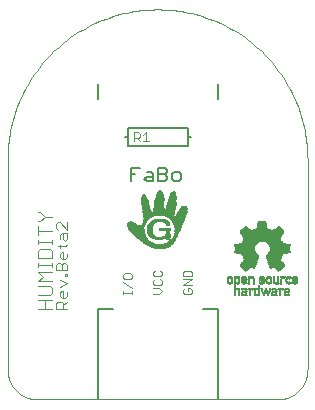
<source format=gto>
G75*
%MOIN*%
%OFA0B0*%
%FSLAX25Y25*%
%IPPOS*%
%LPD*%
%AMOC8*
5,1,8,0,0,1.08239X$1,22.5*
%
%ADD10C,0.00400*%
%ADD11C,0.00300*%
%ADD12C,0.00800*%
%ADD13C,0.00000*%
%ADD14C,0.00500*%
%ADD15R,0.01012X0.00046*%
%ADD16R,0.01840X0.00046*%
%ADD17R,0.02438X0.00046*%
%ADD18R,0.02852X0.00046*%
%ADD19R,0.03266X0.00046*%
%ADD20R,0.03634X0.00046*%
%ADD21R,0.03910X0.00046*%
%ADD22R,0.04232X0.00046*%
%ADD23R,0.04462X0.00046*%
%ADD24R,0.04738X0.00046*%
%ADD25R,0.04968X0.00046*%
%ADD26R,0.05198X0.00046*%
%ADD27R,0.05428X0.00046*%
%ADD28R,0.05612X0.00046*%
%ADD29R,0.05750X0.00046*%
%ADD30R,0.05980X0.00046*%
%ADD31R,0.06164X0.00046*%
%ADD32R,0.06394X0.00046*%
%ADD33R,0.06532X0.00046*%
%ADD34R,0.06716X0.00046*%
%ADD35R,0.06854X0.00046*%
%ADD36R,0.07038X0.00046*%
%ADD37R,0.07176X0.00046*%
%ADD38R,0.07360X0.00046*%
%ADD39R,0.07498X0.00046*%
%ADD40R,0.07636X0.00046*%
%ADD41R,0.07774X0.00046*%
%ADD42R,0.07958X0.00046*%
%ADD43R,0.08096X0.00046*%
%ADD44R,0.08234X0.00046*%
%ADD45R,0.08326X0.00046*%
%ADD46R,0.08464X0.00046*%
%ADD47R,0.08602X0.00046*%
%ADD48R,0.04048X0.00046*%
%ADD49R,0.03496X0.00046*%
%ADD50R,0.03772X0.00046*%
%ADD51R,0.03174X0.00046*%
%ADD52R,0.03588X0.00046*%
%ADD53R,0.03036X0.00046*%
%ADD54R,0.03542X0.00046*%
%ADD55R,0.03404X0.00046*%
%ADD56R,0.02760X0.00046*%
%ADD57R,0.03312X0.00046*%
%ADD58R,0.02668X0.00046*%
%ADD59R,0.03220X0.00046*%
%ADD60R,0.02576X0.00046*%
%ADD61R,0.03220X0.00046*%
%ADD62R,0.02484X0.00046*%
%ADD63R,0.03128X0.00046*%
%ADD64R,0.02346X0.00046*%
%ADD65R,0.02300X0.00046*%
%ADD66R,0.02254X0.00046*%
%ADD67R,0.02990X0.00046*%
%ADD68R,0.02162X0.00046*%
%ADD69R,0.02944X0.00046*%
%ADD70R,0.02116X0.00046*%
%ADD71R,0.02070X0.00046*%
%ADD72R,0.02024X0.00046*%
%ADD73R,0.02898X0.00046*%
%ADD74R,0.01978X0.00046*%
%ADD75R,0.01932X0.00046*%
%ADD76R,0.02898X0.00046*%
%ADD77R,0.01886X0.00046*%
%ADD78R,0.01840X0.00046*%
%ADD79R,0.01794X0.00046*%
%ADD80R,0.01748X0.00046*%
%ADD81R,0.01702X0.00046*%
%ADD82R,0.01656X0.00046*%
%ADD83R,0.01564X0.00046*%
%ADD84R,0.01610X0.00046*%
%ADD85R,0.02990X0.00046*%
%ADD86R,0.00506X0.00046*%
%ADD87R,0.01288X0.00046*%
%ADD88R,0.01518X0.00046*%
%ADD89R,0.01564X0.00046*%
%ADD90R,0.01334X0.00046*%
%ADD91R,0.01380X0.00046*%
%ADD92R,0.03082X0.00046*%
%ADD93R,0.01426X0.00046*%
%ADD94R,0.03818X0.00046*%
%ADD95R,0.04002X0.00046*%
%ADD96R,0.01472X0.00046*%
%ADD97R,0.04278X0.00046*%
%ADD98R,0.04462X0.00046*%
%ADD99R,0.04600X0.00046*%
%ADD100R,0.04784X0.00046*%
%ADD101R,0.01426X0.00046*%
%ADD102R,0.06440X0.00046*%
%ADD103R,0.06486X0.00046*%
%ADD104R,0.06578X0.00046*%
%ADD105R,0.02208X0.00046*%
%ADD106R,0.02714X0.00046*%
%ADD107R,0.03358X0.00046*%
%ADD108R,0.02070X0.00046*%
%ADD109R,0.03404X0.00046*%
%ADD110R,0.03450X0.00046*%
%ADD111R,0.01978X0.00046*%
%ADD112R,0.03634X0.00046*%
%ADD113R,0.03680X0.00046*%
%ADD114R,0.03726X0.00046*%
%ADD115R,0.03864X0.00046*%
%ADD116R,0.03956X0.00046*%
%ADD117R,0.04094X0.00046*%
%ADD118R,0.04140X0.00046*%
%ADD119R,0.04140X0.00046*%
%ADD120R,0.04186X0.00046*%
%ADD121R,0.01748X0.00046*%
%ADD122R,0.04324X0.00046*%
%ADD123R,0.04370X0.00046*%
%ADD124R,0.04416X0.00046*%
%ADD125R,0.04508X0.00046*%
%ADD126R,0.01656X0.00046*%
%ADD127R,0.04554X0.00046*%
%ADD128R,0.04646X0.00046*%
%ADD129R,0.04692X0.00046*%
%ADD130R,0.04784X0.00046*%
%ADD131R,0.04830X0.00046*%
%ADD132R,0.04876X0.00046*%
%ADD133R,0.04922X0.00046*%
%ADD134R,0.05014X0.00046*%
%ADD135R,0.05060X0.00046*%
%ADD136R,0.05106X0.00046*%
%ADD137R,0.05152X0.00046*%
%ADD138R,0.05244X0.00046*%
%ADD139R,0.05290X0.00046*%
%ADD140R,0.05382X0.00046*%
%ADD141R,0.02162X0.00046*%
%ADD142R,0.05474X0.00046*%
%ADD143R,0.05520X0.00046*%
%ADD144R,0.05566X0.00046*%
%ADD145R,0.05612X0.00046*%
%ADD146R,0.02392X0.00046*%
%ADD147R,0.05658X0.00046*%
%ADD148R,0.05704X0.00046*%
%ADD149R,0.02484X0.00046*%
%ADD150R,0.02530X0.00046*%
%ADD151R,0.05796X0.00046*%
%ADD152R,0.01242X0.00046*%
%ADD153R,0.01150X0.00046*%
%ADD154R,0.01104X0.00046*%
%ADD155R,0.02806X0.00046*%
%ADD156R,0.01058X0.00046*%
%ADD157R,0.01012X0.00046*%
%ADD158R,0.00966X0.00046*%
%ADD159R,0.02622X0.00046*%
%ADD160R,0.02576X0.00046*%
%ADD161R,0.02392X0.00046*%
%ADD162R,0.01334X0.00046*%
%ADD163R,0.00874X0.00046*%
%ADD164R,0.03726X0.00046*%
%ADD165R,0.00552X0.00046*%
%ADD166R,0.01196X0.00046*%
%ADD167R,0.01242X0.00046*%
%ADD168R,0.05336X0.00046*%
%ADD169R,0.02668X0.00046*%
%ADD170R,0.04876X0.00046*%
%ADD171R,0.05290X0.00046*%
%ADD172R,0.05520X0.00046*%
%ADD173R,0.05704X0.00046*%
%ADD174R,0.05888X0.00046*%
%ADD175R,0.05934X0.00046*%
%ADD176R,0.02806X0.00046*%
%ADD177R,0.06026X0.00046*%
%ADD178R,0.06164X0.00046*%
%ADD179R,0.06256X0.00046*%
%ADD180R,0.06348X0.00046*%
%ADD181R,0.03128X0.00046*%
%ADD182R,0.03956X0.00046*%
%ADD183R,0.10258X0.00046*%
%ADD184R,0.10304X0.00046*%
%ADD185R,0.10350X0.00046*%
%ADD186R,0.10396X0.00046*%
%ADD187R,0.10442X0.00046*%
%ADD188R,0.10488X0.00046*%
%ADD189R,0.10534X0.00046*%
%ADD190R,0.10580X0.00046*%
%ADD191R,0.07406X0.00046*%
%ADD192R,0.00736X0.00046*%
%ADD193R,0.03312X0.00046*%
%ADD194R,0.00920X0.00046*%
%ADD195R,0.00828X0.00046*%
%ADD196R,0.00690X0.00046*%
%ADD197R,0.00230X0.00046*%
%ADD198R,0.00782X0.00046*%
%ADD199R,0.00644X0.00046*%
%ADD200R,0.00276X0.00046*%
%ADD201R,0.00414X0.00046*%
%ADD202R,0.00650X0.00050*%
%ADD203R,0.00950X0.00050*%
%ADD204R,0.00800X0.00050*%
%ADD205R,0.00550X0.00050*%
%ADD206R,0.00600X0.00050*%
%ADD207R,0.01750X0.00050*%
%ADD208R,0.01000X0.00050*%
%ADD209R,0.01200X0.00050*%
%ADD210R,0.01800X0.00050*%
%ADD211R,0.01350X0.00050*%
%ADD212R,0.01900X0.00050*%
%ADD213R,0.00700X0.00050*%
%ADD214R,0.01850X0.00050*%
%ADD215R,0.01500X0.00050*%
%ADD216R,0.01950X0.00050*%
%ADD217R,0.01650X0.00050*%
%ADD218R,0.00750X0.00050*%
%ADD219R,0.02000X0.00050*%
%ADD220R,0.02050X0.00050*%
%ADD221R,0.00850X0.00050*%
%ADD222R,0.02100X0.00050*%
%ADD223R,0.00900X0.00050*%
%ADD224R,0.00450X0.00050*%
%ADD225R,0.00300X0.00050*%
%ADD226R,0.00200X0.00050*%
%ADD227R,0.01050X0.00050*%
%ADD228R,0.00100X0.00050*%
%ADD229R,0.01100X0.00050*%
%ADD230R,0.01150X0.00050*%
%ADD231R,0.02200X0.00050*%
%ADD232R,0.01250X0.00050*%
%ADD233R,0.00150X0.00050*%
%ADD234R,0.00250X0.00050*%
%ADD235R,0.00500X0.00050*%
%ADD236R,0.01550X0.00050*%
%ADD237R,0.01600X0.00050*%
%ADD238R,0.01700X0.00050*%
%ADD239R,0.01400X0.00050*%
%ADD240R,0.01300X0.00050*%
%ADD241R,0.00400X0.00050*%
%ADD242R,0.01450X0.00050*%
%ADD243R,0.02150X0.00050*%
%ADD244R,0.00350X0.00050*%
%ADD245R,0.00050X0.00050*%
%ADD246R,0.02250X0.00050*%
%ADD247R,0.02400X0.00050*%
%ADD248R,0.02500X0.00050*%
%ADD249R,0.02650X0.00050*%
%ADD250R,0.02750X0.00050*%
%ADD251R,0.02900X0.00050*%
%ADD252R,0.03000X0.00050*%
%ADD253R,0.03150X0.00050*%
%ADD254R,0.03250X0.00050*%
%ADD255R,0.04600X0.00050*%
%ADD256R,0.04650X0.00050*%
%ADD257R,0.04750X0.00050*%
%ADD258R,0.04800X0.00050*%
%ADD259R,0.04900X0.00050*%
%ADD260R,0.04950X0.00050*%
%ADD261R,0.05000X0.00050*%
%ADD262R,0.05100X0.00050*%
%ADD263R,0.05150X0.00050*%
%ADD264R,0.05200X0.00050*%
%ADD265R,0.05250X0.00050*%
%ADD266R,0.05050X0.00050*%
%ADD267R,0.04850X0.00050*%
%ADD268R,0.05300X0.00050*%
%ADD269R,0.05350X0.00050*%
%ADD270R,0.05450X0.00050*%
%ADD271R,0.05500X0.00050*%
%ADD272R,0.05550X0.00050*%
%ADD273R,0.05650X0.00050*%
%ADD274R,0.05600X0.00050*%
%ADD275R,0.05400X0.00050*%
%ADD276R,0.05700X0.00050*%
%ADD277R,0.05900X0.00050*%
%ADD278R,0.06150X0.00050*%
%ADD279R,0.06350X0.00050*%
%ADD280R,0.06550X0.00050*%
%ADD281R,0.06850X0.00050*%
%ADD282R,0.07050X0.00050*%
%ADD283R,0.07100X0.00050*%
%ADD284R,0.07000X0.00050*%
%ADD285R,0.06950X0.00050*%
%ADD286R,0.06900X0.00050*%
%ADD287R,0.06800X0.00050*%
%ADD288R,0.06600X0.00050*%
%ADD289R,0.05750X0.00050*%
%ADD290R,0.06050X0.00050*%
%ADD291R,0.13050X0.00050*%
%ADD292R,0.12950X0.00050*%
%ADD293R,0.12850X0.00050*%
%ADD294R,0.12750X0.00050*%
%ADD295R,0.12650X0.00050*%
%ADD296R,0.12550X0.00050*%
%ADD297R,0.12450X0.00050*%
%ADD298R,0.12350X0.00050*%
%ADD299R,0.12250X0.00050*%
%ADD300R,0.12150X0.00050*%
%ADD301R,0.13150X0.00050*%
%ADD302R,0.13250X0.00050*%
%ADD303R,0.13350X0.00050*%
%ADD304R,0.13450X0.00050*%
%ADD305R,0.13550X0.00050*%
%ADD306R,0.13650X0.00050*%
%ADD307R,0.13750X0.00050*%
%ADD308R,0.13850X0.00050*%
%ADD309R,0.13950X0.00050*%
%ADD310R,0.14050X0.00050*%
%ADD311R,0.14150X0.00050*%
%ADD312R,0.14250X0.00050*%
%ADD313R,0.14350X0.00050*%
%ADD314R,0.14450X0.00050*%
%ADD315R,0.14550X0.00050*%
%ADD316R,0.14650X0.00050*%
%ADD317R,0.14750X0.00050*%
%ADD318R,0.14850X0.00050*%
%ADD319R,0.14950X0.00050*%
%ADD320R,0.03450X0.00050*%
%ADD321R,0.06750X0.00050*%
%ADD322R,0.03300X0.00050*%
%ADD323R,0.06450X0.00050*%
%ADD324R,0.03200X0.00050*%
%ADD325R,0.06250X0.00050*%
%ADD326R,0.03050X0.00050*%
%ADD327R,0.05950X0.00050*%
%ADD328R,0.02950X0.00050*%
%ADD329R,0.02850X0.00050*%
%ADD330R,0.02800X0.00050*%
%ADD331R,0.02700X0.00050*%
%ADD332R,0.02600X0.00050*%
%ADD333R,0.02450X0.00050*%
%ADD334R,0.02350X0.00050*%
%ADD335R,0.04550X0.00050*%
%ADD336R,0.04250X0.00050*%
%ADD337R,0.04050X0.00050*%
%ADD338R,0.03750X0.00050*%
%ADD339R,0.03650X0.00050*%
%ADD340R,0.03550X0.00050*%
%ADD341R,0.03350X0.00050*%
D10*
X0016996Y0054206D02*
X0021600Y0054206D01*
X0021600Y0057275D02*
X0016996Y0057275D01*
X0016996Y0058810D02*
X0020833Y0058810D01*
X0021600Y0059577D01*
X0021600Y0061112D01*
X0020833Y0061879D01*
X0016996Y0061879D01*
X0016996Y0063414D02*
X0018531Y0064948D01*
X0016996Y0066483D01*
X0021600Y0066483D01*
X0021600Y0068018D02*
X0021600Y0069552D01*
X0021600Y0068785D02*
X0016996Y0068785D01*
X0016996Y0068018D02*
X0016996Y0069552D01*
X0016996Y0071087D02*
X0016996Y0073389D01*
X0017763Y0074156D01*
X0020833Y0074156D01*
X0021600Y0073389D01*
X0021600Y0071087D01*
X0016996Y0071087D01*
X0016996Y0075691D02*
X0016996Y0077226D01*
X0016996Y0076458D02*
X0021600Y0076458D01*
X0021600Y0075691D02*
X0021600Y0077226D01*
X0021600Y0080295D02*
X0016996Y0080295D01*
X0016996Y0081829D02*
X0016996Y0078760D01*
X0016996Y0083364D02*
X0017763Y0083364D01*
X0019298Y0084899D01*
X0021600Y0084899D01*
X0019298Y0084899D02*
X0017763Y0086433D01*
X0016996Y0086433D01*
X0016996Y0063414D02*
X0021600Y0063414D01*
X0019298Y0057275D02*
X0019298Y0054206D01*
D11*
X0022947Y0054156D02*
X0022947Y0056007D01*
X0023564Y0056625D01*
X0024798Y0056625D01*
X0025416Y0056007D01*
X0025416Y0054156D01*
X0026650Y0054156D02*
X0022947Y0054156D01*
X0025416Y0055390D02*
X0026650Y0056625D01*
X0026033Y0057839D02*
X0026650Y0058456D01*
X0026650Y0059691D01*
X0025416Y0060308D02*
X0025416Y0057839D01*
X0026033Y0057839D02*
X0024798Y0057839D01*
X0024181Y0058456D01*
X0024181Y0059691D01*
X0024798Y0060308D01*
X0025416Y0060308D01*
X0024181Y0061522D02*
X0026650Y0062757D01*
X0024181Y0063991D01*
X0026033Y0065205D02*
X0026033Y0065823D01*
X0026650Y0065823D01*
X0026650Y0065205D01*
X0026033Y0065205D01*
X0026650Y0067047D02*
X0026650Y0068898D01*
X0026033Y0069516D01*
X0025416Y0069516D01*
X0024798Y0068898D01*
X0024798Y0067047D01*
X0022947Y0067047D02*
X0022947Y0068898D01*
X0023564Y0069516D01*
X0024181Y0069516D01*
X0024798Y0068898D01*
X0024798Y0070730D02*
X0024181Y0071347D01*
X0024181Y0072582D01*
X0024798Y0073199D01*
X0025416Y0073199D01*
X0025416Y0070730D01*
X0026033Y0070730D02*
X0024798Y0070730D01*
X0026033Y0070730D02*
X0026650Y0071347D01*
X0026650Y0072582D01*
X0026033Y0075030D02*
X0026650Y0075648D01*
X0026033Y0075030D02*
X0023564Y0075030D01*
X0024181Y0074413D02*
X0024181Y0075648D01*
X0024181Y0077486D02*
X0024181Y0078720D01*
X0024798Y0079337D01*
X0026650Y0079337D01*
X0026650Y0077486D01*
X0026033Y0076869D01*
X0025416Y0077486D01*
X0025416Y0079337D01*
X0026650Y0080552D02*
X0024181Y0083021D01*
X0023564Y0083021D01*
X0022947Y0082403D01*
X0022947Y0081169D01*
X0023564Y0080552D01*
X0026650Y0080552D02*
X0026650Y0083021D01*
X0026650Y0067047D02*
X0022947Y0067047D01*
X0045348Y0065518D02*
X0045831Y0066002D01*
X0047766Y0066002D01*
X0048250Y0065518D01*
X0048250Y0064551D01*
X0047766Y0064067D01*
X0045831Y0064067D01*
X0045348Y0064551D01*
X0045348Y0065518D01*
X0045348Y0063055D02*
X0048250Y0061120D01*
X0048250Y0060123D02*
X0048250Y0059156D01*
X0048250Y0059640D02*
X0045348Y0059640D01*
X0045348Y0060123D02*
X0045348Y0059156D01*
X0055348Y0059156D02*
X0057283Y0059156D01*
X0058250Y0060123D01*
X0057283Y0061091D01*
X0055348Y0061091D01*
X0055831Y0062102D02*
X0055348Y0062586D01*
X0055348Y0063554D01*
X0055831Y0064037D01*
X0055831Y0065049D02*
X0055348Y0065533D01*
X0055348Y0066500D01*
X0055831Y0066984D01*
X0055831Y0065049D02*
X0057766Y0065049D01*
X0058250Y0065533D01*
X0058250Y0066500D01*
X0057766Y0066984D01*
X0057766Y0064037D02*
X0058250Y0063554D01*
X0058250Y0062586D01*
X0057766Y0062102D01*
X0055831Y0062102D01*
X0065348Y0062102D02*
X0068250Y0064037D01*
X0065348Y0064037D01*
X0065348Y0065049D02*
X0065348Y0066500D01*
X0065831Y0066984D01*
X0067766Y0066984D01*
X0068250Y0066500D01*
X0068250Y0065049D01*
X0065348Y0065049D01*
X0065348Y0062102D02*
X0068250Y0062102D01*
X0067766Y0061091D02*
X0066799Y0061091D01*
X0066799Y0060123D01*
X0067766Y0059156D02*
X0065831Y0059156D01*
X0065348Y0059640D01*
X0065348Y0060607D01*
X0065831Y0061091D01*
X0067766Y0061091D02*
X0068250Y0060607D01*
X0068250Y0059640D01*
X0067766Y0059156D01*
X0053831Y0110156D02*
X0051897Y0110156D01*
X0052864Y0110156D02*
X0052864Y0113058D01*
X0051897Y0112091D01*
X0050885Y0112575D02*
X0050885Y0111607D01*
X0050401Y0111123D01*
X0048950Y0111123D01*
X0048950Y0110156D02*
X0048950Y0113058D01*
X0050401Y0113058D01*
X0050885Y0112575D01*
X0049917Y0111123D02*
X0050885Y0110156D01*
D12*
X0046800Y0111506D02*
X0046800Y0114506D01*
X0066800Y0114506D01*
X0066800Y0111506D01*
X0067800Y0111506D01*
X0066800Y0111506D02*
X0066800Y0108506D01*
X0046800Y0108506D01*
X0046800Y0111506D01*
X0045800Y0111506D01*
X0036800Y0124006D02*
X0036800Y0129006D01*
X0076800Y0129006D02*
X0076800Y0124006D01*
D13*
X0096800Y0024006D02*
X0016800Y0024006D01*
X0016558Y0024009D01*
X0016317Y0024018D01*
X0016076Y0024032D01*
X0015835Y0024053D01*
X0015595Y0024079D01*
X0015355Y0024111D01*
X0015116Y0024149D01*
X0014879Y0024192D01*
X0014642Y0024242D01*
X0014407Y0024297D01*
X0014173Y0024357D01*
X0013941Y0024424D01*
X0013710Y0024495D01*
X0013481Y0024573D01*
X0013254Y0024656D01*
X0013029Y0024744D01*
X0012806Y0024838D01*
X0012586Y0024937D01*
X0012368Y0025042D01*
X0012153Y0025151D01*
X0011940Y0025266D01*
X0011730Y0025386D01*
X0011524Y0025511D01*
X0011320Y0025641D01*
X0011119Y0025776D01*
X0010922Y0025916D01*
X0010728Y0026060D01*
X0010538Y0026209D01*
X0010352Y0026363D01*
X0010169Y0026521D01*
X0009990Y0026683D01*
X0009815Y0026850D01*
X0009644Y0027021D01*
X0009477Y0027196D01*
X0009315Y0027375D01*
X0009157Y0027558D01*
X0009003Y0027744D01*
X0008854Y0027934D01*
X0008710Y0028128D01*
X0008570Y0028325D01*
X0008435Y0028526D01*
X0008305Y0028730D01*
X0008180Y0028936D01*
X0008060Y0029146D01*
X0007945Y0029359D01*
X0007836Y0029574D01*
X0007731Y0029792D01*
X0007632Y0030012D01*
X0007538Y0030235D01*
X0007450Y0030460D01*
X0007367Y0030687D01*
X0007289Y0030916D01*
X0007218Y0031147D01*
X0007151Y0031379D01*
X0007091Y0031613D01*
X0007036Y0031848D01*
X0006986Y0032085D01*
X0006943Y0032322D01*
X0006905Y0032561D01*
X0006873Y0032801D01*
X0006847Y0033041D01*
X0006826Y0033282D01*
X0006812Y0033523D01*
X0006803Y0033764D01*
X0006800Y0034006D01*
X0006800Y0104006D01*
X0006815Y0105224D01*
X0006859Y0106440D01*
X0006933Y0107656D01*
X0007037Y0108869D01*
X0007170Y0110079D01*
X0007333Y0111286D01*
X0007525Y0112488D01*
X0007746Y0113686D01*
X0007996Y0114878D01*
X0008275Y0116063D01*
X0008583Y0117241D01*
X0008920Y0118411D01*
X0009285Y0119573D01*
X0009678Y0120725D01*
X0010099Y0121868D01*
X0010548Y0122999D01*
X0011024Y0124120D01*
X0011528Y0125229D01*
X0012058Y0126325D01*
X0012615Y0127408D01*
X0013198Y0128477D01*
X0013806Y0129531D01*
X0014441Y0130571D01*
X0015100Y0131594D01*
X0015784Y0132602D01*
X0016493Y0133592D01*
X0017225Y0134565D01*
X0017981Y0135519D01*
X0018760Y0136455D01*
X0019561Y0137372D01*
X0020385Y0138269D01*
X0021230Y0139145D01*
X0022096Y0140001D01*
X0022983Y0140836D01*
X0023890Y0141648D01*
X0024816Y0142438D01*
X0025762Y0143206D01*
X0026725Y0143950D01*
X0027707Y0144670D01*
X0028706Y0145367D01*
X0029721Y0146039D01*
X0030753Y0146686D01*
X0031800Y0147307D01*
X0032862Y0147903D01*
X0033938Y0148473D01*
X0035027Y0149017D01*
X0036130Y0149533D01*
X0037245Y0150023D01*
X0038371Y0150486D01*
X0039508Y0150921D01*
X0040656Y0151328D01*
X0041813Y0151707D01*
X0042979Y0152058D01*
X0044153Y0152380D01*
X0045335Y0152674D01*
X0046524Y0152939D01*
X0047718Y0153174D01*
X0048918Y0153381D01*
X0050123Y0153558D01*
X0051331Y0153706D01*
X0052543Y0153824D01*
X0053758Y0153913D01*
X0054974Y0153973D01*
X0056191Y0154002D01*
X0057409Y0154002D01*
X0058626Y0153973D01*
X0059842Y0153913D01*
X0061057Y0153824D01*
X0062269Y0153706D01*
X0063477Y0153558D01*
X0064682Y0153381D01*
X0065882Y0153174D01*
X0067076Y0152939D01*
X0068265Y0152674D01*
X0069447Y0152380D01*
X0070621Y0152058D01*
X0071787Y0151707D01*
X0072944Y0151328D01*
X0074092Y0150921D01*
X0075229Y0150486D01*
X0076355Y0150023D01*
X0077470Y0149533D01*
X0078573Y0149017D01*
X0079662Y0148473D01*
X0080738Y0147903D01*
X0081800Y0147307D01*
X0082847Y0146686D01*
X0083879Y0146039D01*
X0084894Y0145367D01*
X0085893Y0144670D01*
X0086875Y0143950D01*
X0087838Y0143206D01*
X0088784Y0142438D01*
X0089710Y0141648D01*
X0090617Y0140836D01*
X0091504Y0140001D01*
X0092370Y0139145D01*
X0093215Y0138269D01*
X0094039Y0137372D01*
X0094840Y0136455D01*
X0095619Y0135519D01*
X0096375Y0134565D01*
X0097107Y0133592D01*
X0097816Y0132602D01*
X0098500Y0131594D01*
X0099159Y0130571D01*
X0099794Y0129531D01*
X0100402Y0128477D01*
X0100985Y0127408D01*
X0101542Y0126325D01*
X0102072Y0125229D01*
X0102576Y0124120D01*
X0103052Y0122999D01*
X0103501Y0121868D01*
X0103922Y0120725D01*
X0104315Y0119573D01*
X0104680Y0118411D01*
X0105017Y0117241D01*
X0105325Y0116063D01*
X0105604Y0114878D01*
X0105854Y0113686D01*
X0106075Y0112488D01*
X0106267Y0111286D01*
X0106430Y0110079D01*
X0106563Y0108869D01*
X0106667Y0107656D01*
X0106741Y0106440D01*
X0106785Y0105224D01*
X0106800Y0104006D01*
X0106800Y0034006D01*
X0106797Y0033764D01*
X0106788Y0033523D01*
X0106774Y0033282D01*
X0106753Y0033041D01*
X0106727Y0032801D01*
X0106695Y0032561D01*
X0106657Y0032322D01*
X0106614Y0032085D01*
X0106564Y0031848D01*
X0106509Y0031613D01*
X0106449Y0031379D01*
X0106382Y0031147D01*
X0106311Y0030916D01*
X0106233Y0030687D01*
X0106150Y0030460D01*
X0106062Y0030235D01*
X0105968Y0030012D01*
X0105869Y0029792D01*
X0105764Y0029574D01*
X0105655Y0029359D01*
X0105540Y0029146D01*
X0105420Y0028936D01*
X0105295Y0028730D01*
X0105165Y0028526D01*
X0105030Y0028325D01*
X0104890Y0028128D01*
X0104746Y0027934D01*
X0104597Y0027744D01*
X0104443Y0027558D01*
X0104285Y0027375D01*
X0104123Y0027196D01*
X0103956Y0027021D01*
X0103785Y0026850D01*
X0103610Y0026683D01*
X0103431Y0026521D01*
X0103248Y0026363D01*
X0103062Y0026209D01*
X0102872Y0026060D01*
X0102678Y0025916D01*
X0102481Y0025776D01*
X0102280Y0025641D01*
X0102076Y0025511D01*
X0101870Y0025386D01*
X0101660Y0025266D01*
X0101447Y0025151D01*
X0101232Y0025042D01*
X0101014Y0024937D01*
X0100794Y0024838D01*
X0100571Y0024744D01*
X0100346Y0024656D01*
X0100119Y0024573D01*
X0099890Y0024495D01*
X0099659Y0024424D01*
X0099427Y0024357D01*
X0099193Y0024297D01*
X0098958Y0024242D01*
X0098721Y0024192D01*
X0098484Y0024149D01*
X0098245Y0024111D01*
X0098005Y0024079D01*
X0097765Y0024053D01*
X0097524Y0024032D01*
X0097283Y0024018D01*
X0097042Y0024009D01*
X0096800Y0024006D01*
D14*
X0076800Y0024006D02*
X0076800Y0054006D01*
X0071800Y0054006D01*
X0041800Y0054006D02*
X0036800Y0054006D01*
X0036800Y0024006D01*
X0047842Y0096756D02*
X0047842Y0101260D01*
X0050845Y0101260D01*
X0049343Y0099008D02*
X0047842Y0099008D01*
X0052446Y0097507D02*
X0053197Y0098257D01*
X0055449Y0098257D01*
X0055449Y0099008D02*
X0055449Y0096756D01*
X0053197Y0096756D01*
X0052446Y0097507D01*
X0053197Y0099758D02*
X0054698Y0099758D01*
X0055449Y0099008D01*
X0057050Y0099008D02*
X0059302Y0099008D01*
X0060053Y0098257D01*
X0060053Y0097507D01*
X0059302Y0096756D01*
X0057050Y0096756D01*
X0057050Y0101260D01*
X0059302Y0101260D01*
X0060053Y0100509D01*
X0060053Y0099758D01*
X0059302Y0099008D01*
X0061654Y0099008D02*
X0061654Y0097507D01*
X0062405Y0096756D01*
X0063906Y0096756D01*
X0064656Y0097507D01*
X0064656Y0099008D01*
X0063906Y0099758D01*
X0062405Y0099758D01*
X0061654Y0099008D01*
D15*
X0057679Y0074006D03*
D16*
X0057679Y0074052D03*
X0054781Y0078514D03*
X0054735Y0078560D03*
X0054735Y0082194D03*
X0054781Y0082286D03*
X0054827Y0082332D03*
X0054919Y0082470D03*
X0054965Y0082516D03*
X0053079Y0083942D03*
X0048065Y0082746D03*
X0057679Y0092820D03*
X0062049Y0092222D03*
X0059703Y0082976D03*
X0060209Y0078514D03*
X0061635Y0076582D03*
X0063521Y0080262D03*
X0063521Y0080308D03*
D17*
X0063682Y0081412D03*
X0063682Y0081458D03*
X0060784Y0075892D03*
X0059910Y0078100D03*
X0057656Y0074098D03*
X0055632Y0077916D03*
X0056046Y0083206D03*
X0053378Y0084402D03*
X0052596Y0089830D03*
X0052596Y0089876D03*
X0052596Y0089922D03*
X0057656Y0092084D03*
X0057656Y0092130D03*
X0061934Y0091440D03*
X0061934Y0091394D03*
X0048134Y0082424D03*
D18*
X0053079Y0087346D03*
X0053033Y0087530D03*
X0053033Y0087576D03*
X0052987Y0087668D03*
X0052987Y0087714D03*
X0052987Y0087760D03*
X0052941Y0087898D03*
X0052941Y0087944D03*
X0053539Y0084632D03*
X0055931Y0077870D03*
X0057679Y0074144D03*
X0060347Y0075662D03*
X0063705Y0082056D03*
X0060945Y0084862D03*
X0065407Y0086886D03*
X0065407Y0086932D03*
X0061773Y0090290D03*
X0061773Y0090336D03*
X0061773Y0090382D03*
X0061773Y0090428D03*
X0057587Y0091210D03*
X0057587Y0091256D03*
X0057587Y0091302D03*
X0057587Y0091348D03*
X0052711Y0076674D03*
D19*
X0051446Y0077916D03*
X0051400Y0077962D03*
X0053746Y0084816D03*
X0057426Y0089692D03*
X0057426Y0089738D03*
X0057426Y0089784D03*
X0057426Y0089830D03*
X0057426Y0089876D03*
X0063682Y0082562D03*
X0064878Y0085598D03*
X0064878Y0085644D03*
X0064924Y0085690D03*
X0057196Y0077364D03*
X0057656Y0074190D03*
D20*
X0057656Y0074236D03*
X0059312Y0077870D03*
X0048594Y0081734D03*
D21*
X0054022Y0085046D03*
X0057196Y0086748D03*
X0057196Y0086794D03*
X0057196Y0086840D03*
X0057196Y0086886D03*
X0057656Y0074282D03*
D22*
X0057633Y0074328D03*
X0057679Y0083574D03*
X0063567Y0083436D03*
X0050411Y0079296D03*
D23*
X0057610Y0074374D03*
X0063498Y0083620D03*
D24*
X0063452Y0083804D03*
X0057610Y0074420D03*
X0050066Y0079894D03*
D25*
X0049905Y0080262D03*
X0057587Y0074466D03*
X0063383Y0083988D03*
D26*
X0063314Y0084126D03*
X0057610Y0074512D03*
X0049790Y0080584D03*
X0049790Y0080630D03*
D27*
X0049721Y0080906D03*
X0049721Y0080952D03*
X0049721Y0080998D03*
X0057633Y0083252D03*
X0057587Y0074558D03*
D28*
X0057587Y0074604D03*
D29*
X0057564Y0074650D03*
X0063176Y0084448D03*
X0049652Y0081596D03*
D30*
X0057541Y0074696D03*
D31*
X0057541Y0074742D03*
D32*
X0057518Y0074788D03*
D33*
X0057495Y0074834D03*
D34*
X0057495Y0074880D03*
D35*
X0057472Y0074926D03*
D36*
X0057472Y0074972D03*
D37*
X0057449Y0075018D03*
D38*
X0057449Y0075064D03*
X0058783Y0086104D03*
X0058783Y0086150D03*
X0058829Y0086288D03*
D39*
X0057426Y0075110D03*
D40*
X0057403Y0075156D03*
D41*
X0057380Y0075202D03*
D42*
X0057380Y0075248D03*
D43*
X0057357Y0075294D03*
D44*
X0057334Y0075340D03*
D45*
X0057334Y0075386D03*
D46*
X0057311Y0075432D03*
D47*
X0057288Y0075478D03*
D48*
X0054919Y0075524D03*
X0050549Y0079066D03*
X0057219Y0086472D03*
X0063567Y0083298D03*
D49*
X0063659Y0082792D03*
X0064533Y0085046D03*
X0064579Y0085092D03*
X0060577Y0085092D03*
X0057311Y0088450D03*
X0057311Y0088496D03*
X0057311Y0088542D03*
X0057311Y0088588D03*
X0057311Y0088634D03*
X0057311Y0088680D03*
X0051055Y0078376D03*
X0051101Y0078330D03*
X0048525Y0081780D03*
X0059887Y0075524D03*
D50*
X0054735Y0075570D03*
X0050825Y0078698D03*
X0050779Y0078744D03*
X0057219Y0087162D03*
X0057219Y0087208D03*
X0057219Y0087254D03*
X0057219Y0087300D03*
X0057219Y0087346D03*
X0059243Y0080814D03*
D51*
X0060738Y0085000D03*
X0060922Y0086334D03*
X0060968Y0086472D03*
X0060968Y0086518D03*
X0061014Y0086610D03*
X0061014Y0086656D03*
X0061060Y0086794D03*
X0061106Y0086978D03*
X0057472Y0090152D03*
X0057472Y0090198D03*
X0057472Y0090244D03*
X0057472Y0090290D03*
X0057472Y0090336D03*
X0053470Y0086104D03*
X0048364Y0081964D03*
X0051584Y0077732D03*
X0051630Y0077686D03*
X0051676Y0077640D03*
X0060094Y0075570D03*
X0065016Y0085920D03*
X0065062Y0086012D03*
D52*
X0064441Y0084908D03*
X0063659Y0082884D03*
X0057265Y0087944D03*
X0057265Y0087990D03*
X0057265Y0088036D03*
X0057265Y0088082D03*
X0057265Y0088128D03*
X0053907Y0084954D03*
X0054551Y0075616D03*
D53*
X0053723Y0075984D03*
X0053631Y0076030D03*
X0051929Y0077364D03*
X0048295Y0082056D03*
X0053355Y0086426D03*
X0053355Y0086472D03*
X0053309Y0086518D03*
X0053309Y0086564D03*
X0053631Y0084724D03*
X0057541Y0090750D03*
X0057541Y0090796D03*
X0057541Y0090842D03*
X0057541Y0090888D03*
X0061635Y0089554D03*
X0061635Y0089508D03*
X0061635Y0089462D03*
X0061635Y0089416D03*
X0061589Y0089324D03*
X0061589Y0089278D03*
X0061589Y0089232D03*
X0061589Y0089186D03*
X0061543Y0089048D03*
X0061543Y0089002D03*
X0061543Y0088956D03*
X0065269Y0086518D03*
X0065223Y0086426D03*
X0063705Y0082286D03*
X0060209Y0075616D03*
D54*
X0057196Y0077410D03*
X0054436Y0075662D03*
X0051032Y0078422D03*
X0057288Y0088174D03*
X0057288Y0088220D03*
X0057288Y0088266D03*
X0057288Y0088312D03*
X0057288Y0088358D03*
X0057288Y0088404D03*
X0064464Y0084954D03*
X0064510Y0085000D03*
X0063682Y0082838D03*
D55*
X0064671Y0085230D03*
X0054321Y0075708D03*
X0051285Y0078100D03*
X0051239Y0078146D03*
X0048479Y0081826D03*
D56*
X0048203Y0082240D03*
X0052849Y0088312D03*
X0052849Y0088358D03*
X0052849Y0088404D03*
X0052849Y0088450D03*
X0052803Y0088496D03*
X0052803Y0088542D03*
X0052803Y0088588D03*
X0052803Y0088634D03*
X0057633Y0091532D03*
X0061819Y0090704D03*
X0061819Y0090658D03*
X0061819Y0090612D03*
X0065453Y0087070D03*
X0063705Y0081918D03*
X0060439Y0075708D03*
D57*
X0063705Y0082608D03*
X0064763Y0085414D03*
X0064809Y0085460D03*
X0064809Y0085506D03*
X0064855Y0085552D03*
X0060669Y0085046D03*
X0054183Y0075754D03*
X0051377Y0078008D03*
X0048433Y0081872D03*
D58*
X0048203Y0082286D03*
X0052757Y0088864D03*
X0052757Y0088910D03*
X0052757Y0088956D03*
X0052711Y0089048D03*
X0052711Y0089094D03*
X0052711Y0089140D03*
X0057633Y0091670D03*
X0057633Y0091716D03*
X0057633Y0091762D03*
X0061865Y0090980D03*
X0061865Y0090934D03*
X0061865Y0090888D03*
X0065499Y0087208D03*
X0063705Y0081826D03*
X0063705Y0081780D03*
X0063705Y0081734D03*
X0060531Y0075754D03*
D59*
X0063705Y0082470D03*
X0063705Y0082516D03*
X0060945Y0086380D03*
X0060945Y0086426D03*
X0054091Y0075800D03*
X0051469Y0077870D03*
X0048387Y0081918D03*
D60*
X0053447Y0084494D03*
X0052665Y0089324D03*
X0052665Y0089370D03*
X0052665Y0089416D03*
X0052665Y0089462D03*
X0057633Y0091854D03*
X0065545Y0087346D03*
X0063705Y0081688D03*
X0063705Y0081642D03*
X0060623Y0075800D03*
X0059841Y0078054D03*
X0057219Y0077272D03*
D61*
X0053999Y0075846D03*
X0051561Y0077778D03*
X0051515Y0077824D03*
X0057449Y0089922D03*
X0057449Y0089968D03*
X0057449Y0090014D03*
X0057449Y0090060D03*
X0057449Y0090106D03*
X0065039Y0085966D03*
X0064993Y0085874D03*
X0064993Y0085828D03*
X0064947Y0085782D03*
X0064947Y0085736D03*
D62*
X0060715Y0075846D03*
X0057679Y0092038D03*
D63*
X0057495Y0090520D03*
X0057495Y0090474D03*
X0057495Y0090428D03*
X0057495Y0090382D03*
X0061313Y0087898D03*
X0061313Y0087852D03*
X0061267Y0087668D03*
X0061267Y0087622D03*
X0061221Y0087484D03*
X0061221Y0087438D03*
X0061221Y0087392D03*
X0061175Y0087300D03*
X0061175Y0087254D03*
X0061175Y0087208D03*
X0061129Y0087162D03*
X0061129Y0087116D03*
X0061129Y0087070D03*
X0061129Y0087024D03*
X0061083Y0086932D03*
X0061083Y0086886D03*
X0061083Y0086840D03*
X0061037Y0086748D03*
X0061037Y0086702D03*
X0061405Y0088312D03*
X0065131Y0086196D03*
X0065131Y0086150D03*
X0065085Y0086104D03*
X0065085Y0086058D03*
X0063705Y0082424D03*
X0063705Y0082378D03*
X0059565Y0077916D03*
X0057725Y0083758D03*
X0053447Y0086150D03*
X0053447Y0086196D03*
X0053401Y0086288D03*
X0051745Y0077594D03*
X0053815Y0075938D03*
X0053907Y0075892D03*
D64*
X0055540Y0077962D03*
X0059956Y0078146D03*
X0060876Y0075938D03*
X0063682Y0081274D03*
X0063682Y0081320D03*
X0065614Y0087576D03*
X0061980Y0091578D03*
X0061980Y0091624D03*
X0052550Y0090152D03*
X0052550Y0090106D03*
X0052550Y0090060D03*
D65*
X0052527Y0090198D03*
X0052527Y0090244D03*
X0052527Y0090290D03*
X0057679Y0092268D03*
X0057679Y0092314D03*
X0057679Y0092360D03*
X0062003Y0091670D03*
X0065637Y0087668D03*
X0065637Y0087622D03*
X0063659Y0081228D03*
X0063659Y0081182D03*
X0063659Y0081136D03*
X0060945Y0075984D03*
X0059243Y0083206D03*
X0053309Y0084310D03*
X0048111Y0082516D03*
D66*
X0048088Y0082562D03*
X0053286Y0084264D03*
X0055908Y0083160D03*
X0060002Y0078192D03*
X0061014Y0076030D03*
X0065660Y0087714D03*
X0061980Y0091716D03*
X0052504Y0090428D03*
X0052504Y0090382D03*
X0052504Y0090336D03*
D67*
X0053194Y0086932D03*
X0053240Y0086794D03*
X0053240Y0086748D03*
X0051998Y0077318D03*
X0052044Y0077272D03*
X0052090Y0077226D03*
X0052228Y0077088D03*
X0053562Y0076076D03*
X0061612Y0089370D03*
X0061658Y0089600D03*
X0061658Y0089646D03*
X0061658Y0089692D03*
X0061658Y0089738D03*
X0061704Y0089922D03*
X0065292Y0086610D03*
X0065292Y0086564D03*
X0065246Y0086472D03*
X0063728Y0082240D03*
D68*
X0065660Y0087760D03*
X0062026Y0091854D03*
X0057748Y0083850D03*
X0055770Y0083114D03*
X0055310Y0078054D03*
X0057242Y0077226D03*
X0061060Y0076076D03*
X0061106Y0076122D03*
X0052458Y0090566D03*
X0052458Y0090612D03*
X0048088Y0082608D03*
D69*
X0048295Y0082102D03*
X0052297Y0077042D03*
X0052343Y0076996D03*
X0052389Y0076950D03*
X0052435Y0076904D03*
X0053263Y0076260D03*
X0053355Y0076214D03*
X0053401Y0076168D03*
X0053493Y0076122D03*
X0057219Y0077318D03*
X0053585Y0084678D03*
X0053217Y0086840D03*
X0053217Y0086886D03*
X0053171Y0086978D03*
X0053171Y0087024D03*
X0053125Y0087162D03*
X0057587Y0091072D03*
X0061727Y0090060D03*
X0061727Y0090014D03*
X0061727Y0089968D03*
X0061681Y0089876D03*
X0061681Y0089830D03*
X0061681Y0089784D03*
X0065361Y0086794D03*
X0065315Y0086702D03*
X0065315Y0086656D03*
X0063705Y0082194D03*
X0063705Y0082148D03*
X0060899Y0084908D03*
D70*
X0063613Y0080860D03*
X0063613Y0080814D03*
X0060071Y0078284D03*
X0061175Y0076168D03*
X0055701Y0083068D03*
X0053217Y0084172D03*
X0052435Y0090658D03*
X0052435Y0090704D03*
X0057679Y0092498D03*
X0057679Y0092544D03*
X0062003Y0091900D03*
X0065683Y0087806D03*
D71*
X0065706Y0087852D03*
X0060094Y0078330D03*
X0061244Y0076214D03*
X0053194Y0084126D03*
X0057702Y0092590D03*
D72*
X0057679Y0092636D03*
X0062049Y0092038D03*
X0055517Y0082976D03*
X0053171Y0084080D03*
X0048065Y0082654D03*
X0052435Y0090750D03*
X0052435Y0090796D03*
X0055149Y0078146D03*
X0061313Y0076260D03*
X0063567Y0080584D03*
X0063567Y0080630D03*
D73*
X0059680Y0077962D03*
X0065338Y0086748D03*
X0065384Y0086840D03*
X0053148Y0087070D03*
X0053148Y0087116D03*
X0053102Y0087208D03*
X0053102Y0087254D03*
X0053102Y0087300D03*
X0053056Y0087392D03*
X0053056Y0087438D03*
X0053056Y0087484D03*
X0052642Y0076720D03*
X0052780Y0076628D03*
X0052826Y0076582D03*
X0053056Y0076398D03*
X0053148Y0076352D03*
X0053194Y0076306D03*
D74*
X0055080Y0078192D03*
X0055310Y0082838D03*
X0059588Y0083068D03*
X0060140Y0078376D03*
X0061336Y0076306D03*
X0065706Y0087898D03*
X0062026Y0092084D03*
X0052412Y0090934D03*
X0052412Y0090888D03*
X0052412Y0090842D03*
D75*
X0052389Y0090980D03*
X0057679Y0092728D03*
X0062049Y0092130D03*
X0055241Y0082792D03*
X0055195Y0082746D03*
X0055149Y0082700D03*
X0055103Y0082654D03*
X0055057Y0082608D03*
X0060163Y0078422D03*
X0061451Y0076398D03*
X0061405Y0076352D03*
X0063567Y0080446D03*
X0063567Y0080492D03*
X0063567Y0080538D03*
X0048065Y0082700D03*
D76*
X0048272Y0082148D03*
X0052504Y0076858D03*
X0052550Y0076812D03*
X0052596Y0076766D03*
X0052872Y0076536D03*
X0052964Y0076490D03*
X0053010Y0076444D03*
X0053010Y0087622D03*
X0057564Y0091118D03*
X0057564Y0091164D03*
X0061750Y0090244D03*
X0061750Y0090198D03*
X0061750Y0090152D03*
X0061750Y0090106D03*
X0063728Y0082102D03*
D77*
X0063544Y0080400D03*
X0063544Y0080354D03*
X0061520Y0076444D03*
X0060186Y0078468D03*
X0059680Y0083022D03*
X0055034Y0082562D03*
X0054896Y0082424D03*
X0054850Y0082378D03*
X0053102Y0083988D03*
X0054804Y0078468D03*
X0054850Y0078422D03*
X0054896Y0078376D03*
X0054942Y0078330D03*
X0054988Y0078284D03*
X0052366Y0091026D03*
X0057702Y0092774D03*
X0062072Y0092176D03*
X0065752Y0087944D03*
D78*
X0063475Y0080216D03*
X0063475Y0080170D03*
X0063475Y0080124D03*
X0061589Y0076536D03*
X0061543Y0076490D03*
X0054643Y0082056D03*
X0054689Y0082148D03*
X0052389Y0091072D03*
D79*
X0052366Y0091118D03*
X0052366Y0091164D03*
X0053056Y0083896D03*
X0054758Y0082240D03*
X0054666Y0082102D03*
X0054620Y0082010D03*
X0054574Y0081964D03*
X0054574Y0081918D03*
X0054528Y0081872D03*
X0054528Y0081826D03*
X0054482Y0081780D03*
X0054482Y0081734D03*
X0054436Y0081688D03*
X0054436Y0081642D03*
X0054436Y0081596D03*
X0054390Y0081550D03*
X0054390Y0081504D03*
X0054344Y0081366D03*
X0054298Y0081182D03*
X0054528Y0078882D03*
X0054574Y0078790D03*
X0054620Y0078744D03*
X0054620Y0078698D03*
X0054666Y0078652D03*
X0054712Y0078606D03*
X0059772Y0082930D03*
X0060232Y0078606D03*
X0060232Y0078560D03*
X0061704Y0076628D03*
X0063452Y0080032D03*
X0063452Y0080078D03*
X0065752Y0087990D03*
X0062072Y0092268D03*
D80*
X0059841Y0082884D03*
X0059887Y0082838D03*
X0059933Y0082792D03*
X0060255Y0078652D03*
X0061819Y0076766D03*
X0061773Y0076720D03*
X0061727Y0076674D03*
X0054551Y0078836D03*
X0054505Y0078928D03*
X0054505Y0078974D03*
X0054459Y0079020D03*
X0054459Y0079066D03*
X0054413Y0079112D03*
X0054413Y0079158D03*
X0054367Y0079250D03*
X0054367Y0079296D03*
X0054367Y0081412D03*
X0054367Y0081458D03*
X0053033Y0083850D03*
D81*
X0053010Y0083804D03*
X0052964Y0083758D03*
X0054252Y0080952D03*
X0054206Y0080538D03*
X0054206Y0080492D03*
X0054206Y0080446D03*
X0054206Y0080400D03*
X0054206Y0080354D03*
X0054206Y0080308D03*
X0054206Y0080262D03*
X0054206Y0080216D03*
X0054206Y0080170D03*
X0054206Y0080124D03*
X0054206Y0080078D03*
X0054252Y0079894D03*
X0054252Y0079848D03*
X0054252Y0079802D03*
X0054252Y0079756D03*
X0054252Y0079710D03*
X0054298Y0079572D03*
X0054298Y0079526D03*
X0054298Y0079480D03*
X0054344Y0079342D03*
X0054390Y0079204D03*
X0059956Y0082746D03*
X0060002Y0082700D03*
X0060278Y0078744D03*
X0060278Y0078698D03*
X0061934Y0076904D03*
X0061888Y0076858D03*
X0061842Y0076812D03*
X0063406Y0079802D03*
X0063406Y0079848D03*
X0063406Y0079894D03*
X0062072Y0092314D03*
X0062072Y0092360D03*
X0057702Y0092912D03*
D82*
X0057679Y0092958D03*
X0052343Y0091302D03*
X0060025Y0082654D03*
X0060071Y0082608D03*
X0060301Y0078836D03*
X0060301Y0078790D03*
X0062003Y0076996D03*
X0061957Y0076950D03*
X0063383Y0079710D03*
X0063383Y0079756D03*
X0065775Y0088082D03*
D83*
X0062095Y0092452D03*
X0062095Y0092498D03*
X0057679Y0093004D03*
X0052895Y0083620D03*
X0060255Y0082240D03*
X0060255Y0082194D03*
X0060255Y0082148D03*
X0060301Y0082056D03*
X0060301Y0082010D03*
X0060301Y0081964D03*
X0060301Y0081918D03*
X0060301Y0081872D03*
X0060301Y0081826D03*
X0060347Y0079296D03*
X0060347Y0079250D03*
X0060347Y0079204D03*
X0060347Y0079158D03*
X0060347Y0079112D03*
X0060347Y0079066D03*
X0060347Y0079020D03*
X0062187Y0077226D03*
X0062233Y0077272D03*
X0062049Y0077042D03*
X0063199Y0079204D03*
X0063245Y0079296D03*
X0063245Y0079342D03*
D84*
X0063268Y0079388D03*
X0063314Y0079526D03*
X0063314Y0079572D03*
X0062118Y0077134D03*
X0062072Y0077088D03*
X0060324Y0078882D03*
X0060324Y0078928D03*
X0060324Y0078974D03*
X0060324Y0081780D03*
X0060278Y0082102D03*
X0060232Y0082286D03*
X0060186Y0082378D03*
X0060186Y0082424D03*
X0060140Y0082470D03*
X0060140Y0082516D03*
X0060094Y0082562D03*
X0052918Y0083666D03*
X0048042Y0082838D03*
X0052320Y0091348D03*
X0052320Y0091394D03*
D85*
X0053286Y0086702D03*
X0053286Y0086656D03*
X0053286Y0086610D03*
X0057564Y0090934D03*
X0057564Y0090980D03*
X0057564Y0091026D03*
X0052136Y0077180D03*
X0052182Y0077134D03*
D86*
X0057242Y0077134D03*
X0052228Y0092038D03*
X0062164Y0093050D03*
D87*
X0052297Y0091670D03*
X0052757Y0083298D03*
X0052711Y0083252D03*
X0051929Y0081780D03*
X0060485Y0077180D03*
X0060485Y0077134D03*
D88*
X0060370Y0077686D03*
X0060370Y0079342D03*
X0060370Y0079388D03*
X0060370Y0079434D03*
X0060370Y0079480D03*
X0060370Y0079526D03*
X0060370Y0079572D03*
X0060370Y0079618D03*
X0060370Y0079664D03*
X0060370Y0079710D03*
X0060370Y0079756D03*
X0060370Y0079802D03*
X0060370Y0079848D03*
X0060370Y0079894D03*
X0060370Y0079940D03*
X0060370Y0079986D03*
X0060370Y0080032D03*
X0060370Y0080078D03*
X0060370Y0080124D03*
X0062348Y0077456D03*
X0062302Y0077410D03*
X0062302Y0077364D03*
X0062256Y0077318D03*
X0063084Y0078882D03*
X0063130Y0078974D03*
X0063130Y0079020D03*
X0063176Y0079066D03*
X0063176Y0079112D03*
X0063176Y0079158D03*
X0063222Y0079250D03*
X0057242Y0077180D03*
X0052872Y0083574D03*
X0052320Y0091440D03*
X0057702Y0093050D03*
X0065798Y0088128D03*
D89*
X0060209Y0082332D03*
X0063291Y0079480D03*
X0063291Y0079434D03*
X0062141Y0077180D03*
D90*
X0060462Y0077226D03*
X0052780Y0083344D03*
X0052274Y0091624D03*
X0057702Y0093188D03*
D91*
X0057679Y0093142D03*
X0052297Y0091578D03*
X0052803Y0083390D03*
X0060439Y0077364D03*
X0060439Y0077318D03*
X0060439Y0077272D03*
X0065821Y0088174D03*
D92*
X0065200Y0086380D03*
X0065200Y0086334D03*
X0065154Y0086242D03*
X0063728Y0082332D03*
X0060830Y0084954D03*
X0061198Y0087346D03*
X0061244Y0087530D03*
X0061244Y0087576D03*
X0061290Y0087714D03*
X0061290Y0087760D03*
X0061290Y0087806D03*
X0061336Y0087944D03*
X0061336Y0087990D03*
X0061336Y0088036D03*
X0061382Y0088128D03*
X0061382Y0088174D03*
X0061382Y0088220D03*
X0061382Y0088266D03*
X0061428Y0088358D03*
X0061428Y0088404D03*
X0061428Y0088450D03*
X0061428Y0088496D03*
X0061474Y0088542D03*
X0061474Y0088588D03*
X0061474Y0088634D03*
X0061474Y0088680D03*
X0061474Y0088726D03*
X0061520Y0088772D03*
X0061520Y0088818D03*
X0061520Y0088864D03*
X0061520Y0088910D03*
X0061566Y0089094D03*
X0061566Y0089140D03*
X0057518Y0090566D03*
X0057518Y0090612D03*
X0057518Y0090658D03*
X0057518Y0090704D03*
X0053424Y0086242D03*
X0053378Y0086334D03*
X0053378Y0086380D03*
X0048318Y0082010D03*
X0051768Y0077548D03*
X0051814Y0077502D03*
X0051860Y0077456D03*
X0051906Y0077410D03*
D93*
X0052826Y0083436D03*
X0052826Y0083482D03*
X0060416Y0077502D03*
X0060416Y0077456D03*
X0060416Y0077410D03*
X0062578Y0077824D03*
X0062624Y0077916D03*
X0062670Y0078008D03*
X0062716Y0078054D03*
X0062716Y0078100D03*
X0062762Y0078146D03*
X0062762Y0078192D03*
X0062808Y0078238D03*
X0062808Y0078284D03*
X0062992Y0078652D03*
D94*
X0059220Y0080170D03*
X0059220Y0080216D03*
X0059220Y0080262D03*
X0059220Y0080308D03*
X0059220Y0080354D03*
X0059220Y0080400D03*
X0059220Y0080446D03*
X0059220Y0080492D03*
X0059220Y0080538D03*
X0059220Y0080584D03*
X0059220Y0080630D03*
X0059220Y0080676D03*
X0059220Y0080722D03*
X0059220Y0080768D03*
X0057196Y0077456D03*
X0050756Y0078790D03*
X0050710Y0078836D03*
X0057196Y0087116D03*
X0063636Y0083114D03*
X0063636Y0083068D03*
D95*
X0063590Y0083252D03*
X0057702Y0083620D03*
X0057196Y0086518D03*
X0057196Y0086564D03*
X0057196Y0086610D03*
X0057196Y0086656D03*
X0057196Y0077502D03*
X0050618Y0078974D03*
X0050572Y0079020D03*
D96*
X0051837Y0081734D03*
X0052849Y0083528D03*
X0048019Y0082884D03*
X0052297Y0091486D03*
X0052297Y0091532D03*
X0057679Y0093096D03*
X0062095Y0092544D03*
X0057771Y0083896D03*
X0060393Y0077640D03*
X0060393Y0077594D03*
X0060393Y0077548D03*
X0062371Y0077502D03*
X0062417Y0077548D03*
X0062417Y0077594D03*
X0062463Y0077640D03*
X0062509Y0077732D03*
X0062555Y0077778D03*
X0062601Y0077870D03*
X0062647Y0077962D03*
X0062923Y0078514D03*
X0062969Y0078606D03*
X0063015Y0078698D03*
X0063015Y0078744D03*
X0063061Y0078790D03*
X0063061Y0078836D03*
X0063107Y0078928D03*
D97*
X0063544Y0083482D03*
X0057196Y0077548D03*
X0050388Y0079342D03*
X0050342Y0079388D03*
D98*
X0050250Y0079572D03*
X0057196Y0077594D03*
D99*
X0057173Y0077640D03*
X0063475Y0083712D03*
X0050135Y0079756D03*
D100*
X0057173Y0077686D03*
D101*
X0062486Y0077686D03*
X0062854Y0078330D03*
X0062854Y0078376D03*
X0062900Y0078422D03*
X0062900Y0078468D03*
X0062946Y0078560D03*
X0062118Y0092590D03*
D102*
X0057909Y0077732D03*
D103*
X0057886Y0077778D03*
X0062946Y0084770D03*
D104*
X0062900Y0084816D03*
X0057840Y0077824D03*
D105*
X0060025Y0078238D03*
X0063659Y0081044D03*
X0063659Y0081090D03*
X0062003Y0091762D03*
X0062003Y0091808D03*
X0057679Y0092406D03*
X0057679Y0092452D03*
X0052481Y0090520D03*
X0052481Y0090474D03*
X0053263Y0084218D03*
X0055425Y0078008D03*
D106*
X0059772Y0078008D03*
X0063728Y0081872D03*
X0065476Y0087116D03*
X0065476Y0087162D03*
X0061842Y0090750D03*
X0061842Y0090796D03*
X0061842Y0090842D03*
X0057610Y0091578D03*
X0057610Y0091624D03*
X0052780Y0088818D03*
X0052780Y0088772D03*
X0052780Y0088726D03*
X0052780Y0088680D03*
X0053470Y0084540D03*
D107*
X0053792Y0084862D03*
X0057380Y0089186D03*
X0057380Y0089232D03*
X0057380Y0089278D03*
X0057380Y0089324D03*
X0057380Y0089370D03*
X0057380Y0089416D03*
X0064740Y0085368D03*
X0064740Y0085322D03*
X0064694Y0085276D03*
X0063682Y0082654D03*
X0051308Y0078054D03*
D108*
X0055218Y0078100D03*
X0055586Y0083022D03*
X0059496Y0083114D03*
X0063590Y0080768D03*
X0063590Y0080722D03*
X0063590Y0080676D03*
X0062026Y0091946D03*
X0062026Y0091992D03*
D109*
X0057357Y0089140D03*
X0057357Y0089094D03*
X0057357Y0089048D03*
X0057357Y0089002D03*
X0057357Y0088956D03*
X0064625Y0085184D03*
X0051193Y0078192D03*
D110*
X0051170Y0078238D03*
X0051124Y0078284D03*
X0053838Y0084908D03*
X0057702Y0083712D03*
X0057334Y0088726D03*
X0057334Y0088772D03*
X0057334Y0088818D03*
X0057334Y0088864D03*
X0057334Y0088910D03*
X0064602Y0085138D03*
X0063682Y0082746D03*
X0063682Y0082700D03*
D111*
X0057702Y0092682D03*
X0053148Y0084034D03*
X0055402Y0082884D03*
X0055448Y0082930D03*
X0055034Y0078238D03*
D112*
X0050986Y0078468D03*
X0050940Y0078514D03*
X0057242Y0087668D03*
X0057242Y0087714D03*
X0057242Y0087760D03*
X0057242Y0087806D03*
X0057242Y0087852D03*
X0057242Y0087898D03*
X0063636Y0082930D03*
D113*
X0063659Y0082976D03*
X0064395Y0084862D03*
X0057219Y0087622D03*
X0050871Y0078606D03*
X0050917Y0078560D03*
D114*
X0050848Y0078652D03*
X0053976Y0085000D03*
X0057702Y0083666D03*
X0057242Y0087392D03*
X0057242Y0087438D03*
X0057242Y0087484D03*
X0057242Y0087530D03*
X0057242Y0087576D03*
X0060462Y0085138D03*
D115*
X0063613Y0083160D03*
X0057219Y0086932D03*
X0057219Y0086978D03*
X0057219Y0087024D03*
X0057219Y0087070D03*
X0050687Y0078882D03*
D116*
X0050641Y0078928D03*
X0063613Y0083206D03*
D117*
X0063590Y0083344D03*
X0057196Y0086334D03*
X0057196Y0086380D03*
X0057196Y0086426D03*
X0054114Y0085092D03*
X0050526Y0079112D03*
D118*
X0050503Y0079158D03*
X0063567Y0083390D03*
D119*
X0050457Y0079204D03*
D120*
X0050434Y0079250D03*
D121*
X0048065Y0082792D03*
X0054321Y0081320D03*
X0054321Y0081274D03*
X0054321Y0081228D03*
X0054275Y0081136D03*
X0054275Y0081090D03*
X0054275Y0081044D03*
X0054275Y0080998D03*
X0054229Y0080906D03*
X0054229Y0080860D03*
X0054229Y0080814D03*
X0054229Y0080768D03*
X0054229Y0080722D03*
X0054229Y0080676D03*
X0054229Y0080630D03*
X0054229Y0080584D03*
X0054229Y0080032D03*
X0054229Y0079986D03*
X0054229Y0079940D03*
X0054275Y0079664D03*
X0054275Y0079618D03*
X0054321Y0079434D03*
X0054321Y0079388D03*
X0052343Y0091210D03*
X0052343Y0091256D03*
X0057679Y0092866D03*
X0065775Y0088036D03*
X0063429Y0079986D03*
X0063429Y0079940D03*
D122*
X0063521Y0083528D03*
X0054229Y0085138D03*
X0050319Y0079434D03*
D123*
X0050296Y0079480D03*
D124*
X0050273Y0079526D03*
X0057679Y0083528D03*
X0060117Y0085230D03*
X0063521Y0083574D03*
D125*
X0050227Y0079618D03*
X0050181Y0079664D03*
D126*
X0052941Y0083712D03*
X0062095Y0092406D03*
X0063337Y0079664D03*
X0063337Y0079618D03*
D127*
X0063498Y0083666D03*
X0054344Y0085184D03*
X0050158Y0079710D03*
D128*
X0050112Y0079802D03*
X0057656Y0083482D03*
X0063452Y0083758D03*
D129*
X0050089Y0079848D03*
D130*
X0050043Y0079940D03*
X0050043Y0079986D03*
X0049997Y0080032D03*
X0063429Y0083850D03*
D131*
X0057656Y0083436D03*
X0049974Y0080078D03*
D132*
X0049951Y0080124D03*
D133*
X0049928Y0080170D03*
X0049928Y0080216D03*
X0054528Y0085230D03*
X0063406Y0083942D03*
D134*
X0057656Y0083390D03*
X0049882Y0080354D03*
X0049882Y0080308D03*
D135*
X0049859Y0080400D03*
X0063383Y0084034D03*
D136*
X0063360Y0084080D03*
X0049836Y0080446D03*
D137*
X0049813Y0080492D03*
X0049813Y0080538D03*
X0057633Y0083344D03*
D138*
X0049767Y0080722D03*
X0049767Y0080676D03*
D139*
X0049744Y0080768D03*
X0049744Y0080814D03*
D140*
X0049744Y0080860D03*
D141*
X0059404Y0083160D03*
X0063636Y0080998D03*
X0063636Y0080952D03*
X0063636Y0080906D03*
D142*
X0063268Y0084264D03*
X0049698Y0081090D03*
X0049698Y0081044D03*
D143*
X0049675Y0081136D03*
X0049675Y0081182D03*
D144*
X0049698Y0081228D03*
X0063222Y0084356D03*
D145*
X0049675Y0081366D03*
X0049675Y0081320D03*
X0049675Y0081274D03*
D146*
X0053355Y0084356D03*
X0052573Y0089968D03*
X0052573Y0090014D03*
X0063659Y0081366D03*
X0065591Y0087530D03*
D147*
X0049652Y0081412D03*
D148*
X0049675Y0081458D03*
X0049675Y0081504D03*
X0049675Y0081550D03*
D149*
X0052619Y0089646D03*
X0052619Y0089692D03*
X0052619Y0089738D03*
X0052619Y0089784D03*
X0063705Y0081550D03*
X0063705Y0081504D03*
X0065591Y0087484D03*
D150*
X0065568Y0087438D03*
X0065568Y0087392D03*
X0061934Y0091302D03*
X0061934Y0091348D03*
X0057656Y0091900D03*
X0057656Y0091946D03*
X0057656Y0091992D03*
X0052642Y0089600D03*
X0052642Y0089554D03*
X0052642Y0089508D03*
X0053424Y0084448D03*
X0063682Y0081596D03*
D151*
X0049675Y0081642D03*
X0049675Y0081688D03*
D152*
X0051998Y0081826D03*
X0057702Y0093234D03*
D153*
X0057702Y0093280D03*
X0062118Y0092774D03*
X0052274Y0091762D03*
X0052642Y0083068D03*
X0052642Y0083022D03*
X0052596Y0082976D03*
X0052044Y0081872D03*
D154*
X0052067Y0081918D03*
X0052113Y0081964D03*
X0052573Y0082930D03*
X0048019Y0082976D03*
X0052251Y0091808D03*
D155*
X0052872Y0088266D03*
X0052872Y0088220D03*
X0052872Y0088174D03*
X0052918Y0088128D03*
X0052918Y0088082D03*
X0052918Y0088036D03*
X0052918Y0087990D03*
X0052964Y0087852D03*
X0052964Y0087806D03*
X0057610Y0091394D03*
X0057610Y0091440D03*
X0057610Y0091486D03*
X0061796Y0090566D03*
X0061796Y0090520D03*
X0061796Y0090474D03*
X0063728Y0082010D03*
X0063728Y0081964D03*
X0048226Y0082194D03*
D156*
X0052136Y0082010D03*
X0052504Y0082746D03*
X0052550Y0082838D03*
X0052550Y0082884D03*
X0057702Y0093326D03*
X0062118Y0092820D03*
D157*
X0062141Y0092866D03*
X0065867Y0088266D03*
X0052527Y0082792D03*
X0052481Y0082700D03*
X0052435Y0082608D03*
X0052251Y0082194D03*
X0052205Y0082148D03*
X0052205Y0082102D03*
X0052159Y0082056D03*
X0052251Y0091854D03*
D158*
X0057702Y0093372D03*
X0052458Y0082654D03*
X0052412Y0082562D03*
X0052412Y0082516D03*
X0052366Y0082470D03*
X0052366Y0082424D03*
X0052320Y0082378D03*
X0052320Y0082332D03*
X0052274Y0082286D03*
X0052274Y0082240D03*
D159*
X0048180Y0082332D03*
X0052734Y0089002D03*
X0052688Y0089186D03*
X0052688Y0089232D03*
X0052688Y0089278D03*
X0057656Y0091808D03*
X0061888Y0091118D03*
X0061888Y0091072D03*
X0061888Y0091026D03*
X0065522Y0087300D03*
X0065522Y0087254D03*
D160*
X0061911Y0091164D03*
X0061911Y0091210D03*
X0061911Y0091256D03*
X0048157Y0082378D03*
D161*
X0048111Y0082470D03*
X0057679Y0092176D03*
X0057679Y0092222D03*
X0061957Y0091532D03*
X0061957Y0091486D03*
D162*
X0062118Y0092636D03*
X0062118Y0092682D03*
X0048042Y0082930D03*
D163*
X0048042Y0083022D03*
X0057702Y0093418D03*
X0062164Y0092912D03*
D164*
X0063636Y0083022D03*
D165*
X0048019Y0083068D03*
D166*
X0052665Y0083114D03*
D167*
X0052688Y0083160D03*
X0052688Y0083206D03*
X0052274Y0091716D03*
X0062118Y0092728D03*
X0065844Y0088220D03*
D168*
X0063291Y0084218D03*
X0057633Y0083298D03*
D169*
X0057725Y0083804D03*
D170*
X0063429Y0083896D03*
D171*
X0063314Y0084172D03*
D172*
X0063245Y0084310D03*
D173*
X0063199Y0084402D03*
D174*
X0063153Y0084494D03*
D175*
X0063130Y0084540D03*
D176*
X0065430Y0086978D03*
X0065430Y0087024D03*
X0053516Y0084586D03*
D177*
X0063084Y0084586D03*
D178*
X0063061Y0084632D03*
D179*
X0063015Y0084678D03*
D180*
X0062969Y0084724D03*
D181*
X0060991Y0086564D03*
X0061359Y0088082D03*
X0065177Y0086288D03*
X0053677Y0084770D03*
D182*
X0057219Y0086702D03*
X0060347Y0085184D03*
D183*
X0057196Y0085276D03*
X0057196Y0085322D03*
D184*
X0057173Y0085368D03*
X0057173Y0085414D03*
X0057173Y0085460D03*
X0057173Y0085506D03*
D185*
X0057196Y0085552D03*
D186*
X0057173Y0085598D03*
X0057173Y0085644D03*
X0057173Y0085690D03*
X0057173Y0085736D03*
D187*
X0057196Y0085782D03*
D188*
X0057173Y0085828D03*
X0057173Y0085874D03*
X0057173Y0085920D03*
X0057173Y0085966D03*
D189*
X0057196Y0086012D03*
D190*
X0057173Y0086058D03*
D191*
X0058806Y0086196D03*
X0058806Y0086242D03*
D192*
X0057725Y0093464D03*
X0065913Y0088312D03*
D193*
X0057403Y0089462D03*
X0057403Y0089508D03*
X0057403Y0089554D03*
X0057403Y0089600D03*
X0057403Y0089646D03*
D194*
X0052251Y0091900D03*
D195*
X0052251Y0091946D03*
D196*
X0052228Y0091992D03*
D197*
X0052228Y0092084D03*
X0057748Y0093602D03*
D198*
X0062164Y0092958D03*
D199*
X0062141Y0093004D03*
X0057725Y0093510D03*
D200*
X0062187Y0093096D03*
D201*
X0057748Y0093556D03*
D202*
X0080225Y0064031D03*
X0080225Y0063031D03*
X0081625Y0063031D03*
X0081675Y0063131D03*
X0081675Y0063181D03*
X0081675Y0063231D03*
X0081675Y0063281D03*
X0081675Y0063331D03*
X0081675Y0063381D03*
X0081675Y0063431D03*
X0081675Y0063481D03*
X0081675Y0063531D03*
X0081675Y0063581D03*
X0081675Y0063631D03*
X0081675Y0063681D03*
X0081675Y0063731D03*
X0081675Y0063781D03*
X0081675Y0063831D03*
X0081675Y0063881D03*
X0081675Y0063931D03*
X0081625Y0064031D03*
X0082625Y0063881D03*
X0082625Y0063831D03*
X0082625Y0063781D03*
X0082625Y0063731D03*
X0082625Y0063681D03*
X0082625Y0063631D03*
X0082625Y0063581D03*
X0082625Y0063531D03*
X0082625Y0063481D03*
X0082625Y0063431D03*
X0082625Y0063381D03*
X0082625Y0063331D03*
X0082625Y0063281D03*
X0082625Y0063231D03*
X0082625Y0063181D03*
X0082625Y0062331D03*
X0082625Y0062281D03*
X0082625Y0062231D03*
X0082625Y0062181D03*
X0082625Y0062131D03*
X0082625Y0062081D03*
X0082625Y0062031D03*
X0082625Y0061981D03*
X0082625Y0061931D03*
X0082625Y0061881D03*
X0082625Y0061831D03*
X0082625Y0061781D03*
X0082625Y0061731D03*
X0082625Y0061681D03*
X0082625Y0061631D03*
X0082625Y0061581D03*
X0082625Y0061531D03*
X0082625Y0061481D03*
X0082625Y0061431D03*
X0082625Y0061381D03*
X0082625Y0061331D03*
X0082625Y0061281D03*
X0082625Y0061231D03*
X0082625Y0061181D03*
X0082625Y0061131D03*
X0082625Y0061081D03*
X0082625Y0061031D03*
X0082625Y0060981D03*
X0082625Y0060931D03*
X0082625Y0060881D03*
X0082625Y0060831D03*
X0082625Y0060031D03*
X0082625Y0059981D03*
X0082625Y0059931D03*
X0082625Y0059881D03*
X0082625Y0059831D03*
X0082625Y0059781D03*
X0082625Y0059731D03*
X0082625Y0059681D03*
X0082625Y0059631D03*
X0082625Y0059581D03*
X0082625Y0059531D03*
X0082625Y0059481D03*
X0082625Y0059431D03*
X0082625Y0059381D03*
X0082625Y0059331D03*
X0082625Y0059281D03*
X0082625Y0059231D03*
X0082625Y0059181D03*
X0082625Y0059131D03*
X0082625Y0059081D03*
X0082625Y0059031D03*
X0082625Y0058981D03*
X0082625Y0058931D03*
X0082625Y0058881D03*
X0082625Y0058831D03*
X0082625Y0058781D03*
X0082625Y0058731D03*
X0082625Y0058681D03*
X0082625Y0058631D03*
X0082625Y0058581D03*
X0082625Y0058531D03*
X0082625Y0058481D03*
X0082625Y0058431D03*
X0082625Y0058381D03*
X0084075Y0058381D03*
X0084075Y0058431D03*
X0084075Y0058481D03*
X0084075Y0058531D03*
X0084075Y0058581D03*
X0084075Y0058631D03*
X0084075Y0058681D03*
X0084075Y0058731D03*
X0084075Y0058781D03*
X0084075Y0058831D03*
X0084075Y0058881D03*
X0084075Y0058931D03*
X0084075Y0058981D03*
X0084075Y0059031D03*
X0084075Y0059081D03*
X0084075Y0059131D03*
X0084075Y0059181D03*
X0084075Y0059231D03*
X0084075Y0059281D03*
X0084075Y0059331D03*
X0084075Y0059381D03*
X0084075Y0059431D03*
X0084075Y0059481D03*
X0084075Y0059531D03*
X0084075Y0059581D03*
X0084075Y0059631D03*
X0084075Y0059681D03*
X0084075Y0059731D03*
X0084075Y0059781D03*
X0084075Y0059831D03*
X0084075Y0059881D03*
X0084075Y0059931D03*
X0084075Y0059981D03*
X0084075Y0060031D03*
X0084075Y0060081D03*
X0084975Y0059281D03*
X0084975Y0058981D03*
X0086425Y0059031D03*
X0086425Y0059081D03*
X0086425Y0059131D03*
X0086425Y0059181D03*
X0086425Y0059231D03*
X0086425Y0059281D03*
X0086425Y0059331D03*
X0086425Y0059931D03*
X0086425Y0059981D03*
X0086425Y0060031D03*
X0086425Y0060081D03*
X0086425Y0060131D03*
X0086425Y0060181D03*
X0086425Y0060231D03*
X0087475Y0059981D03*
X0087475Y0059931D03*
X0087475Y0059881D03*
X0087475Y0059831D03*
X0087475Y0059781D03*
X0087475Y0059731D03*
X0087475Y0059681D03*
X0087475Y0059631D03*
X0087475Y0059581D03*
X0087475Y0059531D03*
X0087475Y0059481D03*
X0087475Y0059431D03*
X0087475Y0059381D03*
X0087475Y0059331D03*
X0087475Y0059281D03*
X0087475Y0059231D03*
X0087475Y0059181D03*
X0087475Y0059131D03*
X0087475Y0059081D03*
X0087475Y0059031D03*
X0087475Y0058981D03*
X0087475Y0058931D03*
X0087475Y0058881D03*
X0087475Y0058831D03*
X0087475Y0058781D03*
X0087475Y0058731D03*
X0087475Y0058681D03*
X0087475Y0058631D03*
X0087475Y0058581D03*
X0087475Y0058531D03*
X0087475Y0058481D03*
X0087475Y0058431D03*
X0087475Y0058381D03*
X0086425Y0058381D03*
X0087475Y0060781D03*
X0087475Y0060831D03*
X0087475Y0060881D03*
X0089175Y0060031D03*
X0089175Y0059981D03*
X0089175Y0059931D03*
X0089175Y0059881D03*
X0089175Y0059831D03*
X0089175Y0059781D03*
X0089175Y0059731D03*
X0089175Y0059681D03*
X0089175Y0059631D03*
X0089175Y0059581D03*
X0089175Y0059531D03*
X0089175Y0059481D03*
X0089175Y0059431D03*
X0089175Y0059381D03*
X0089175Y0059331D03*
X0089175Y0059281D03*
X0089175Y0059231D03*
X0090625Y0059231D03*
X0090625Y0059281D03*
X0090625Y0059331D03*
X0090625Y0059381D03*
X0090625Y0059431D03*
X0090625Y0059481D03*
X0090625Y0059531D03*
X0090625Y0059581D03*
X0090625Y0059631D03*
X0090625Y0059681D03*
X0090625Y0059731D03*
X0090625Y0059781D03*
X0090625Y0059831D03*
X0090625Y0059881D03*
X0090625Y0059931D03*
X0090625Y0059981D03*
X0090625Y0060031D03*
X0090625Y0060831D03*
X0090625Y0060881D03*
X0090625Y0060931D03*
X0090625Y0060981D03*
X0090625Y0061031D03*
X0090625Y0061081D03*
X0090625Y0061131D03*
X0090625Y0061181D03*
X0090625Y0061231D03*
X0090625Y0061281D03*
X0090625Y0061331D03*
X0090625Y0061381D03*
X0090625Y0061431D03*
X0090625Y0061481D03*
X0090625Y0061531D03*
X0090625Y0061581D03*
X0090625Y0061631D03*
X0090625Y0061681D03*
X0090625Y0061731D03*
X0090625Y0061781D03*
X0090625Y0061831D03*
X0090625Y0061881D03*
X0091575Y0062231D03*
X0090875Y0062881D03*
X0090875Y0063981D03*
X0090875Y0064031D03*
X0090875Y0064081D03*
X0090875Y0064131D03*
X0090925Y0064181D03*
X0091575Y0064831D03*
X0093125Y0063931D03*
X0093125Y0063881D03*
X0093125Y0063831D03*
X0093125Y0063781D03*
X0093125Y0063731D03*
X0093125Y0063681D03*
X0093125Y0063631D03*
X0093125Y0063581D03*
X0093125Y0063531D03*
X0093125Y0063481D03*
X0093125Y0063431D03*
X0093125Y0063381D03*
X0093125Y0063331D03*
X0093125Y0063281D03*
X0093125Y0063231D03*
X0093125Y0063181D03*
X0093125Y0063131D03*
X0093175Y0063081D03*
X0093175Y0063031D03*
X0092325Y0063031D03*
X0092325Y0063081D03*
X0092325Y0063131D03*
X0092325Y0062981D03*
X0093175Y0063981D03*
X0093175Y0064031D03*
X0094625Y0063981D03*
X0094625Y0063931D03*
X0094625Y0063881D03*
X0094625Y0063831D03*
X0094675Y0063631D03*
X0094675Y0063581D03*
X0094675Y0063531D03*
X0094675Y0063481D03*
X0094675Y0063431D03*
X0094625Y0063231D03*
X0094625Y0063181D03*
X0094625Y0063131D03*
X0094625Y0063081D03*
X0095575Y0063181D03*
X0095575Y0063231D03*
X0095575Y0063281D03*
X0095575Y0063331D03*
X0095575Y0063381D03*
X0095575Y0063431D03*
X0095575Y0063481D03*
X0095575Y0063531D03*
X0095575Y0063581D03*
X0095575Y0063631D03*
X0095575Y0063681D03*
X0095575Y0063731D03*
X0095575Y0063781D03*
X0095575Y0063831D03*
X0095575Y0063881D03*
X0095575Y0063931D03*
X0095575Y0063981D03*
X0095575Y0064031D03*
X0095575Y0064081D03*
X0095575Y0064131D03*
X0095575Y0064181D03*
X0095575Y0064231D03*
X0095575Y0064281D03*
X0095575Y0064331D03*
X0095575Y0064381D03*
X0095575Y0064431D03*
X0095575Y0064481D03*
X0095575Y0064531D03*
X0095575Y0064581D03*
X0095575Y0064631D03*
X0095575Y0064681D03*
X0095575Y0064731D03*
X0095575Y0064781D03*
X0097075Y0064781D03*
X0097075Y0064731D03*
X0097075Y0064681D03*
X0097075Y0064631D03*
X0097075Y0064581D03*
X0097075Y0064531D03*
X0097075Y0064481D03*
X0097075Y0064431D03*
X0097075Y0064381D03*
X0097075Y0064331D03*
X0097075Y0064281D03*
X0097075Y0064231D03*
X0097075Y0064181D03*
X0097075Y0064131D03*
X0097075Y0064081D03*
X0097075Y0064031D03*
X0097075Y0063981D03*
X0097075Y0063931D03*
X0097075Y0063881D03*
X0097075Y0063831D03*
X0097075Y0063781D03*
X0097075Y0063731D03*
X0097075Y0063681D03*
X0097075Y0063631D03*
X0097075Y0063581D03*
X0097075Y0063531D03*
X0097075Y0063481D03*
X0097075Y0063431D03*
X0097075Y0063381D03*
X0097075Y0063331D03*
X0097075Y0063281D03*
X0097075Y0063231D03*
X0097075Y0063181D03*
X0097075Y0062331D03*
X0097075Y0062281D03*
X0098125Y0062281D03*
X0098125Y0062331D03*
X0098125Y0062381D03*
X0098125Y0062431D03*
X0098125Y0062481D03*
X0098125Y0062531D03*
X0098125Y0062581D03*
X0098125Y0062631D03*
X0098125Y0062681D03*
X0098125Y0062731D03*
X0098125Y0062781D03*
X0098125Y0062831D03*
X0098125Y0062881D03*
X0098125Y0062931D03*
X0098125Y0062981D03*
X0098125Y0063031D03*
X0098125Y0063081D03*
X0098125Y0063131D03*
X0098125Y0063181D03*
X0098125Y0063231D03*
X0098125Y0063281D03*
X0098125Y0063331D03*
X0098125Y0063381D03*
X0098125Y0063431D03*
X0098125Y0063481D03*
X0098125Y0063531D03*
X0098125Y0063581D03*
X0098125Y0063631D03*
X0098125Y0063681D03*
X0098125Y0063731D03*
X0098125Y0063781D03*
X0098125Y0063831D03*
X0098125Y0063881D03*
X0098125Y0063931D03*
X0098125Y0063981D03*
X0098125Y0064731D03*
X0098125Y0064781D03*
X0099775Y0063931D03*
X0099775Y0063881D03*
X0099725Y0063831D03*
X0099725Y0063781D03*
X0099725Y0063731D03*
X0099725Y0063681D03*
X0099725Y0063631D03*
X0099725Y0063581D03*
X0099725Y0063531D03*
X0099725Y0063481D03*
X0099725Y0063431D03*
X0099725Y0063381D03*
X0099725Y0063331D03*
X0099725Y0063281D03*
X0099725Y0063231D03*
X0099775Y0063181D03*
X0099775Y0063131D03*
X0101875Y0063181D03*
X0101875Y0063231D03*
X0101925Y0063081D03*
X0101925Y0063031D03*
X0101875Y0063831D03*
X0101875Y0063881D03*
X0101925Y0064031D03*
X0101975Y0064131D03*
X0103325Y0064081D03*
X0103325Y0064031D03*
X0103175Y0062831D03*
X0100675Y0060081D03*
X0100675Y0060031D03*
X0100675Y0059981D03*
X0100675Y0059931D03*
X0099275Y0060181D03*
X0099225Y0060131D03*
X0099225Y0060081D03*
X0099175Y0059331D03*
X0099225Y0059181D03*
X0099225Y0059131D03*
X0099275Y0059081D03*
X0097475Y0059081D03*
X0097475Y0059131D03*
X0097475Y0059181D03*
X0097475Y0059231D03*
X0097475Y0059281D03*
X0097475Y0059331D03*
X0097475Y0059381D03*
X0097475Y0059431D03*
X0097475Y0059481D03*
X0097475Y0059531D03*
X0097475Y0059581D03*
X0097475Y0059631D03*
X0097475Y0059681D03*
X0097475Y0059731D03*
X0097475Y0059781D03*
X0097475Y0059831D03*
X0097475Y0059881D03*
X0097475Y0059931D03*
X0097475Y0060781D03*
X0097475Y0060831D03*
X0097475Y0060881D03*
X0096425Y0060231D03*
X0096425Y0060181D03*
X0096425Y0060131D03*
X0096425Y0059931D03*
X0096425Y0059231D03*
X0096425Y0059181D03*
X0096425Y0059131D03*
X0096425Y0059081D03*
X0096425Y0059031D03*
X0097475Y0059031D03*
X0097475Y0058981D03*
X0097475Y0058931D03*
X0097475Y0058881D03*
X0097475Y0058831D03*
X0097475Y0058781D03*
X0097475Y0058731D03*
X0097475Y0058681D03*
X0097475Y0058631D03*
X0097475Y0058581D03*
X0097475Y0058531D03*
X0097475Y0058481D03*
X0097475Y0058431D03*
X0097475Y0058381D03*
X0094975Y0058981D03*
X0094975Y0059031D03*
X0094975Y0059281D03*
X0094025Y0059581D03*
X0094075Y0059731D03*
X0094075Y0059781D03*
X0094125Y0059931D03*
X0094175Y0060081D03*
X0094175Y0060131D03*
X0094225Y0060231D03*
X0094225Y0060281D03*
X0094225Y0060331D03*
X0094275Y0060381D03*
X0094275Y0060431D03*
X0094275Y0060481D03*
X0094325Y0060531D03*
X0094325Y0060581D03*
X0094325Y0060631D03*
X0094375Y0060731D03*
X0094375Y0060781D03*
X0093675Y0058481D03*
X0092175Y0058481D03*
X0092175Y0058531D03*
X0091775Y0059681D03*
X0091725Y0059831D03*
X0091675Y0059981D03*
X0091675Y0060031D03*
X0091625Y0060131D03*
X0091625Y0060181D03*
X0091625Y0060231D03*
X0091575Y0060281D03*
X0091575Y0060331D03*
X0091575Y0060381D03*
X0091525Y0060431D03*
X0091525Y0060481D03*
X0091525Y0060531D03*
X0091475Y0060631D03*
X0091475Y0060681D03*
X0091475Y0060731D03*
X0091425Y0060831D03*
X0091425Y0060881D03*
X0092925Y0060631D03*
X0090625Y0058431D03*
X0090625Y0058381D03*
X0088875Y0062231D03*
X0088875Y0062281D03*
X0088875Y0062331D03*
X0088875Y0062381D03*
X0088875Y0062431D03*
X0088875Y0062481D03*
X0088875Y0062531D03*
X0088875Y0062581D03*
X0088875Y0062631D03*
X0088875Y0062681D03*
X0088875Y0062731D03*
X0088875Y0062781D03*
X0088875Y0062831D03*
X0088875Y0062881D03*
X0088875Y0062931D03*
X0088875Y0062981D03*
X0088875Y0063031D03*
X0088875Y0063081D03*
X0088875Y0063131D03*
X0088875Y0063181D03*
X0088875Y0063231D03*
X0088875Y0063281D03*
X0088875Y0063331D03*
X0088875Y0063381D03*
X0088875Y0063431D03*
X0088875Y0063481D03*
X0088875Y0063531D03*
X0088875Y0063581D03*
X0088875Y0063631D03*
X0088875Y0063681D03*
X0088875Y0063731D03*
X0088875Y0063781D03*
X0088875Y0063831D03*
X0088875Y0063881D03*
X0088875Y0063931D03*
X0087425Y0063931D03*
X0087425Y0063981D03*
X0087425Y0063881D03*
X0086475Y0063881D03*
X0086425Y0063931D03*
X0086425Y0063981D03*
X0086425Y0064031D03*
X0086275Y0062831D03*
X0085025Y0062981D03*
X0084975Y0063031D03*
X0084975Y0063081D03*
X0084975Y0063131D03*
X0084975Y0063181D03*
X0084975Y0063831D03*
X0084975Y0063931D03*
X0084975Y0063981D03*
X0085025Y0064081D03*
X0084075Y0063931D03*
X0084075Y0063881D03*
X0084075Y0063831D03*
X0084075Y0063781D03*
X0084075Y0063731D03*
X0084075Y0063681D03*
X0084075Y0063631D03*
X0084075Y0063581D03*
X0084075Y0063481D03*
X0084075Y0063431D03*
X0084075Y0063381D03*
X0084075Y0063331D03*
X0084075Y0063281D03*
X0084075Y0063231D03*
X0084075Y0063181D03*
X0084075Y0063131D03*
X0082625Y0064731D03*
X0082625Y0064781D03*
X0086175Y0066831D03*
X0097375Y0066831D03*
D203*
X0098975Y0064731D03*
X0096175Y0062331D03*
X0095575Y0058381D03*
X0093675Y0058981D03*
X0092925Y0060181D03*
X0092175Y0058981D03*
X0089375Y0058931D03*
X0085575Y0058381D03*
X0085775Y0062281D03*
X0083525Y0062331D03*
X0083525Y0064731D03*
X0088275Y0064731D03*
X0088825Y0067781D03*
X0094725Y0067781D03*
X0100025Y0058381D03*
D204*
X0099400Y0058931D03*
X0099950Y0060881D03*
X0097550Y0060231D03*
X0096350Y0058931D03*
X0093650Y0058781D03*
X0093650Y0058731D03*
X0093650Y0058681D03*
X0092150Y0058731D03*
X0092900Y0060381D03*
X0092900Y0060431D03*
X0090550Y0060231D03*
X0090550Y0058981D03*
X0089750Y0058381D03*
X0089300Y0060281D03*
X0087550Y0060231D03*
X0086350Y0058931D03*
X0086300Y0060331D03*
X0084000Y0060231D03*
X0082700Y0060231D03*
X0082700Y0062931D03*
X0081550Y0062881D03*
X0080300Y0062881D03*
X0080300Y0064181D03*
X0081550Y0064181D03*
X0083500Y0064781D03*
X0085150Y0064231D03*
X0085100Y0062881D03*
X0083950Y0062881D03*
X0086200Y0066881D03*
X0088850Y0067731D03*
X0088750Y0064181D03*
X0091000Y0063881D03*
X0093300Y0062881D03*
X0094500Y0062881D03*
X0094500Y0064181D03*
X0097000Y0062931D03*
X0097350Y0066881D03*
X0094700Y0067731D03*
X0102050Y0064231D03*
X0103200Y0064231D03*
D205*
X0102625Y0064831D03*
X0100575Y0062231D03*
X0097375Y0066781D03*
X0094625Y0067631D03*
X0088925Y0067631D03*
X0086175Y0066781D03*
X0085775Y0062231D03*
X0080925Y0062231D03*
X0080175Y0063431D03*
X0080175Y0063481D03*
X0080175Y0063531D03*
X0080175Y0063581D03*
X0080175Y0063631D03*
X0092525Y0059581D03*
X0092525Y0059531D03*
X0092475Y0059431D03*
X0092575Y0059681D03*
X0092575Y0059731D03*
X0093225Y0059781D03*
X0093225Y0059831D03*
X0093275Y0059631D03*
X0093325Y0059481D03*
X0092925Y0060781D03*
X0092175Y0058381D03*
X0095225Y0060331D03*
D206*
X0095650Y0060931D03*
X0096450Y0060081D03*
X0096450Y0060031D03*
X0096450Y0059981D03*
X0096450Y0059331D03*
X0096450Y0059281D03*
X0096450Y0058381D03*
X0094950Y0059081D03*
X0094950Y0059131D03*
X0094950Y0059181D03*
X0094950Y0059231D03*
X0094000Y0059481D03*
X0094000Y0059531D03*
X0094050Y0059631D03*
X0094050Y0059681D03*
X0094100Y0059831D03*
X0094100Y0059881D03*
X0094150Y0059981D03*
X0094150Y0060031D03*
X0094200Y0060181D03*
X0093250Y0059731D03*
X0093250Y0059681D03*
X0093300Y0059581D03*
X0093300Y0059531D03*
X0092600Y0059781D03*
X0092600Y0059831D03*
X0092550Y0059631D03*
X0092500Y0059481D03*
X0091850Y0059481D03*
X0091850Y0059431D03*
X0091800Y0059531D03*
X0091800Y0059581D03*
X0091800Y0059631D03*
X0091750Y0059731D03*
X0091750Y0059781D03*
X0091700Y0059881D03*
X0091700Y0059931D03*
X0091650Y0060081D03*
X0092900Y0060681D03*
X0092900Y0060731D03*
X0093900Y0062231D03*
X0094650Y0063281D03*
X0094650Y0063331D03*
X0094650Y0063381D03*
X0094650Y0063681D03*
X0094650Y0063731D03*
X0094650Y0063781D03*
X0093900Y0064831D03*
X0092100Y0064231D03*
X0090650Y0061931D03*
X0092150Y0058431D03*
X0093650Y0058431D03*
X0093650Y0058381D03*
X0097050Y0062231D03*
X0098100Y0062231D03*
X0099200Y0060031D03*
X0099200Y0059981D03*
X0099200Y0059931D03*
X0099200Y0059281D03*
X0099200Y0059231D03*
X0100500Y0058931D03*
X0102700Y0062231D03*
X0101900Y0063131D03*
X0101900Y0063931D03*
X0101900Y0063981D03*
X0101100Y0062881D03*
X0100600Y0064831D03*
X0098100Y0064831D03*
X0097050Y0064831D03*
X0095600Y0064831D03*
X0103350Y0063981D03*
X0103350Y0063931D03*
X0103350Y0063881D03*
X0103350Y0063831D03*
X0097350Y0081331D03*
X0086200Y0081331D03*
X0087400Y0064831D03*
X0087400Y0064781D03*
X0087400Y0064731D03*
X0087400Y0063831D03*
X0087400Y0063781D03*
X0087400Y0063731D03*
X0087400Y0063681D03*
X0087400Y0063631D03*
X0087400Y0063581D03*
X0087400Y0063531D03*
X0087400Y0063481D03*
X0087400Y0063431D03*
X0087400Y0063381D03*
X0087400Y0063331D03*
X0087400Y0063281D03*
X0087400Y0063231D03*
X0087400Y0063181D03*
X0087400Y0063131D03*
X0087400Y0063081D03*
X0087400Y0063031D03*
X0087400Y0062981D03*
X0087400Y0062931D03*
X0087400Y0062881D03*
X0087400Y0062831D03*
X0087400Y0062781D03*
X0087400Y0062731D03*
X0087400Y0062681D03*
X0087400Y0062631D03*
X0087400Y0062581D03*
X0087400Y0062531D03*
X0087400Y0062481D03*
X0087400Y0062431D03*
X0087400Y0062381D03*
X0087400Y0062331D03*
X0087400Y0062281D03*
X0087400Y0062231D03*
X0085650Y0060931D03*
X0084950Y0059231D03*
X0084950Y0059181D03*
X0084950Y0059131D03*
X0084950Y0059081D03*
X0084950Y0059031D03*
X0084950Y0063231D03*
X0084950Y0063881D03*
X0085000Y0064031D03*
X0084100Y0063531D03*
X0082600Y0064831D03*
X0080900Y0064831D03*
X0080200Y0063981D03*
X0080200Y0063931D03*
X0080200Y0063881D03*
X0080200Y0063831D03*
X0080200Y0063781D03*
X0080200Y0063731D03*
X0080200Y0063681D03*
X0080200Y0063381D03*
X0080200Y0063331D03*
X0080200Y0063281D03*
X0080200Y0063231D03*
X0080200Y0063181D03*
X0080200Y0063131D03*
X0080200Y0063081D03*
D207*
X0080925Y0062631D03*
X0080925Y0064431D03*
X0083175Y0064681D03*
X0083175Y0062381D03*
X0083175Y0060781D03*
X0085875Y0059781D03*
X0085875Y0058431D03*
X0088025Y0060581D03*
X0090075Y0060781D03*
X0091525Y0062481D03*
X0091675Y0063481D03*
X0091625Y0063531D03*
X0091575Y0063581D03*
X0091525Y0063631D03*
X0091625Y0064581D03*
X0093875Y0064431D03*
X0093875Y0062631D03*
X0096525Y0062381D03*
X0095725Y0060631D03*
X0095875Y0059781D03*
X0095875Y0058431D03*
X0098025Y0060581D03*
X0100025Y0058631D03*
X0100575Y0062581D03*
X0100575Y0064481D03*
X0098675Y0064531D03*
X0098675Y0064681D03*
X0090075Y0058481D03*
X0087975Y0064681D03*
X0085725Y0064431D03*
D208*
X0088800Y0067831D03*
X0091600Y0064781D03*
X0091550Y0062281D03*
X0092900Y0060131D03*
X0092900Y0060081D03*
X0092150Y0059081D03*
X0092150Y0059031D03*
X0093650Y0059031D03*
X0093650Y0059081D03*
X0095700Y0060881D03*
X0099950Y0060831D03*
X0094750Y0067831D03*
X0090450Y0058931D03*
X0089750Y0058431D03*
X0086250Y0081181D03*
X0097300Y0081181D03*
D209*
X0102650Y0064681D03*
X0102700Y0062331D03*
X0100000Y0058431D03*
X0099950Y0060781D03*
X0093650Y0059381D03*
X0092150Y0059381D03*
X0092150Y0059331D03*
X0085700Y0064681D03*
D210*
X0085700Y0064381D03*
X0086300Y0067281D03*
X0088000Y0064631D03*
X0085800Y0062581D03*
X0085700Y0060631D03*
X0085800Y0060381D03*
X0085850Y0058481D03*
X0088050Y0060631D03*
X0090050Y0060731D03*
X0090050Y0058531D03*
X0093900Y0062681D03*
X0093900Y0064381D03*
X0091650Y0064531D03*
X0095700Y0060581D03*
X0095800Y0060381D03*
X0095850Y0059731D03*
X0095850Y0058481D03*
X0098050Y0060631D03*
X0099950Y0060481D03*
X0102700Y0062581D03*
X0102650Y0064381D03*
X0098700Y0064581D03*
X0098700Y0064631D03*
X0097250Y0067281D03*
X0083200Y0064631D03*
X0083200Y0062431D03*
X0083200Y0060731D03*
D211*
X0080925Y0062431D03*
X0080925Y0064631D03*
X0085725Y0064631D03*
X0085775Y0062381D03*
X0091925Y0063281D03*
X0100025Y0058481D03*
X0102625Y0064631D03*
X0097275Y0081031D03*
X0086275Y0081031D03*
D212*
X0086300Y0067331D03*
X0085700Y0064281D03*
X0085700Y0062781D03*
X0085750Y0062731D03*
X0085800Y0062631D03*
X0085700Y0060531D03*
X0085800Y0059681D03*
X0085800Y0058531D03*
X0083250Y0060631D03*
X0083250Y0062531D03*
X0083250Y0064531D03*
X0088050Y0064531D03*
X0091550Y0064331D03*
X0091600Y0064381D03*
X0091650Y0064481D03*
X0093900Y0064331D03*
X0093900Y0062731D03*
X0096450Y0062481D03*
X0095700Y0060531D03*
X0095750Y0060481D03*
X0095800Y0059681D03*
X0095800Y0058581D03*
X0099950Y0060381D03*
X0100000Y0058831D03*
X0100050Y0058731D03*
X0100600Y0062681D03*
X0100500Y0062831D03*
X0100500Y0064231D03*
X0100600Y0064381D03*
X0102650Y0064281D03*
X0102700Y0062681D03*
X0097250Y0067331D03*
X0090000Y0060631D03*
X0090000Y0058631D03*
D213*
X0090600Y0059081D03*
X0090600Y0059131D03*
X0090600Y0059181D03*
X0090600Y0060081D03*
X0090600Y0060131D03*
X0091500Y0060581D03*
X0091450Y0060781D03*
X0092900Y0060581D03*
X0092900Y0060531D03*
X0093650Y0058631D03*
X0093650Y0058581D03*
X0093650Y0058531D03*
X0092150Y0058581D03*
X0094350Y0060681D03*
X0094400Y0060831D03*
X0094400Y0060881D03*
X0096400Y0060281D03*
X0097500Y0060081D03*
X0097500Y0060031D03*
X0097500Y0059981D03*
X0096400Y0058981D03*
X0099300Y0059031D03*
X0099300Y0060231D03*
X0100600Y0060231D03*
X0100650Y0060181D03*
X0100650Y0060131D03*
X0099850Y0062981D03*
X0099800Y0063031D03*
X0099800Y0063081D03*
X0099800Y0063981D03*
X0099800Y0064031D03*
X0099850Y0064081D03*
X0098150Y0064031D03*
X0097050Y0063131D03*
X0097050Y0063081D03*
X0095650Y0063031D03*
X0095650Y0062981D03*
X0095600Y0063081D03*
X0095600Y0063131D03*
X0094600Y0063031D03*
X0094600Y0062981D03*
X0094550Y0062931D03*
X0094600Y0064031D03*
X0094600Y0064081D03*
X0094550Y0064131D03*
X0093200Y0064081D03*
X0093200Y0062981D03*
X0092300Y0062931D03*
X0092300Y0063181D03*
X0090900Y0063931D03*
X0088850Y0063981D03*
X0088850Y0064031D03*
X0087450Y0064031D03*
X0087450Y0064081D03*
X0086450Y0063831D03*
X0086400Y0064081D03*
X0085050Y0064131D03*
X0084050Y0064081D03*
X0084050Y0064031D03*
X0084050Y0063981D03*
X0084050Y0063081D03*
X0084050Y0063031D03*
X0084050Y0062981D03*
X0085050Y0062931D03*
X0082650Y0063031D03*
X0082650Y0063081D03*
X0082650Y0063131D03*
X0082650Y0063931D03*
X0082650Y0063981D03*
X0082650Y0064031D03*
X0081650Y0063981D03*
X0081600Y0064081D03*
X0081650Y0063081D03*
X0081600Y0062981D03*
X0080250Y0062981D03*
X0080250Y0064081D03*
X0082650Y0060131D03*
X0082650Y0060081D03*
X0083500Y0060881D03*
X0084050Y0060131D03*
X0086400Y0060281D03*
X0087500Y0060131D03*
X0087500Y0060081D03*
X0087500Y0060031D03*
X0086400Y0058981D03*
X0089200Y0059081D03*
X0089200Y0059131D03*
X0089200Y0059181D03*
X0089250Y0059031D03*
X0089200Y0060081D03*
X0089200Y0060131D03*
X0089750Y0060881D03*
X0088900Y0067681D03*
X0094650Y0067681D03*
X0101950Y0064081D03*
X0101950Y0062981D03*
X0102000Y0062931D03*
X0103300Y0064131D03*
D214*
X0102625Y0064331D03*
X0102625Y0062781D03*
X0102725Y0062631D03*
X0100575Y0062631D03*
X0099975Y0060431D03*
X0099925Y0058881D03*
X0100025Y0058681D03*
X0098075Y0060681D03*
X0098075Y0060731D03*
X0095775Y0060431D03*
X0095825Y0058531D03*
X0096475Y0062431D03*
X0100575Y0064431D03*
X0091525Y0064281D03*
X0091525Y0062531D03*
X0090025Y0060681D03*
X0090025Y0058581D03*
X0088075Y0060681D03*
X0088075Y0060731D03*
X0085775Y0060431D03*
X0085675Y0060581D03*
X0085825Y0059731D03*
X0083225Y0060681D03*
X0083225Y0062481D03*
X0083225Y0064581D03*
X0080925Y0064381D03*
X0080925Y0064331D03*
X0080925Y0062731D03*
X0080925Y0062681D03*
X0085725Y0064331D03*
X0088025Y0064581D03*
X0086325Y0080831D03*
X0097225Y0080831D03*
D215*
X0093900Y0064581D03*
X0093900Y0062481D03*
X0096000Y0059881D03*
X0098550Y0064231D03*
X0100000Y0058531D03*
X0102700Y0062431D03*
X0102650Y0064581D03*
X0085700Y0064581D03*
X0086000Y0059881D03*
X0080900Y0064581D03*
D216*
X0080925Y0064281D03*
X0080925Y0064231D03*
X0080925Y0062831D03*
X0080925Y0062781D03*
X0083275Y0062581D03*
X0083275Y0060581D03*
X0083275Y0060531D03*
X0085725Y0060481D03*
X0085775Y0059631D03*
X0085775Y0058631D03*
X0085775Y0058581D03*
X0085775Y0062681D03*
X0088075Y0064431D03*
X0088075Y0064481D03*
X0091625Y0064431D03*
X0093875Y0064281D03*
X0093875Y0062781D03*
X0096425Y0062581D03*
X0096425Y0062531D03*
X0095775Y0059631D03*
X0095775Y0059581D03*
X0095775Y0058631D03*
X0100025Y0058781D03*
X0100575Y0062731D03*
X0100525Y0062781D03*
X0100525Y0064281D03*
X0100575Y0064331D03*
X0102675Y0062731D03*
X0089975Y0060581D03*
X0089975Y0060531D03*
X0089975Y0058681D03*
X0083275Y0064481D03*
X0086325Y0080781D03*
X0097225Y0080781D03*
D217*
X0097275Y0067231D03*
X0098625Y0064431D03*
X0098625Y0064381D03*
X0100575Y0064531D03*
X0100575Y0062531D03*
X0102625Y0064481D03*
X0097975Y0060481D03*
X0097975Y0060431D03*
X0095925Y0059831D03*
X0095725Y0060681D03*
X0091775Y0063381D03*
X0091425Y0063731D03*
X0087975Y0060481D03*
X0085925Y0059831D03*
X0085725Y0064481D03*
X0086275Y0067231D03*
X0080925Y0064481D03*
X0080925Y0062581D03*
X0100025Y0058581D03*
D218*
X0099325Y0058981D03*
X0099325Y0060281D03*
X0098375Y0060881D03*
X0097525Y0060181D03*
X0097525Y0060131D03*
X0096175Y0062281D03*
X0095675Y0062931D03*
X0097025Y0062981D03*
X0097025Y0063031D03*
X0098175Y0064081D03*
X0098175Y0064131D03*
X0098975Y0064781D03*
X0099875Y0064131D03*
X0099875Y0062931D03*
X0102025Y0062881D03*
X0102025Y0064181D03*
X0103275Y0064181D03*
X0100575Y0060281D03*
X0095025Y0059331D03*
X0095025Y0058931D03*
X0092925Y0060481D03*
X0092175Y0058681D03*
X0092175Y0058631D03*
X0090575Y0059031D03*
X0090575Y0060181D03*
X0089275Y0060231D03*
X0089225Y0060181D03*
X0088375Y0060881D03*
X0087525Y0060181D03*
X0089275Y0058981D03*
X0092275Y0062881D03*
X0093225Y0062931D03*
X0093225Y0064131D03*
X0093275Y0064181D03*
X0090975Y0064231D03*
X0088825Y0064081D03*
X0088775Y0064131D03*
X0088275Y0064781D03*
X0087475Y0064131D03*
X0086375Y0064131D03*
X0086325Y0064181D03*
X0085075Y0064181D03*
X0084025Y0064131D03*
X0083975Y0064181D03*
X0084025Y0062931D03*
X0083525Y0062281D03*
X0082675Y0062981D03*
X0082675Y0064081D03*
X0082675Y0064131D03*
X0081575Y0064131D03*
X0081575Y0062931D03*
X0080275Y0062931D03*
X0080275Y0064131D03*
X0082675Y0060181D03*
X0084025Y0060181D03*
X0085025Y0059331D03*
X0085025Y0058931D03*
X0086225Y0081281D03*
X0097325Y0081281D03*
D219*
X0097250Y0067381D03*
X0093900Y0064231D03*
X0093900Y0062831D03*
X0091500Y0062581D03*
X0089950Y0060481D03*
X0089950Y0060431D03*
X0089950Y0058831D03*
X0089950Y0058781D03*
X0089950Y0058731D03*
X0085750Y0058681D03*
X0085750Y0059531D03*
X0085750Y0059581D03*
X0083300Y0060481D03*
X0083300Y0062631D03*
X0083300Y0062681D03*
X0083300Y0064381D03*
X0083300Y0064431D03*
X0086300Y0067381D03*
X0088100Y0064381D03*
X0088100Y0064331D03*
X0096400Y0062631D03*
X0095750Y0059531D03*
X0095750Y0058731D03*
X0095750Y0058681D03*
D220*
X0095725Y0058781D03*
X0095725Y0058831D03*
X0095725Y0059381D03*
X0095725Y0059431D03*
X0095725Y0059481D03*
X0096375Y0062681D03*
X0096375Y0062731D03*
X0096375Y0062781D03*
X0089925Y0060381D03*
X0089925Y0060331D03*
X0089925Y0058881D03*
X0088125Y0064231D03*
X0088125Y0064281D03*
X0085725Y0059481D03*
X0085725Y0059431D03*
X0085725Y0058781D03*
X0085725Y0058731D03*
X0083325Y0060331D03*
X0083325Y0060381D03*
X0083325Y0060431D03*
X0083325Y0062731D03*
X0083325Y0062781D03*
X0083325Y0062831D03*
X0083325Y0064231D03*
X0083325Y0064281D03*
X0083325Y0064331D03*
D221*
X0082725Y0064181D03*
X0082725Y0062881D03*
X0080925Y0062281D03*
X0082725Y0060281D03*
X0083975Y0060281D03*
X0085175Y0062831D03*
X0086275Y0064231D03*
X0085725Y0064781D03*
X0087525Y0064181D03*
X0090525Y0060281D03*
X0092175Y0058831D03*
X0092175Y0058781D03*
X0093675Y0058831D03*
X0092925Y0060331D03*
X0093875Y0062281D03*
X0092225Y0062831D03*
X0090925Y0062831D03*
X0095725Y0062881D03*
X0096325Y0060331D03*
X0098225Y0064181D03*
X0099925Y0064181D03*
X0100575Y0064781D03*
X0099925Y0062881D03*
X0100575Y0062281D03*
X0099425Y0060331D03*
X0102625Y0064781D03*
X0097325Y0081231D03*
X0086225Y0081231D03*
X0080925Y0064781D03*
D222*
X0085700Y0059381D03*
X0085700Y0058881D03*
X0085700Y0058831D03*
X0091500Y0062631D03*
X0096350Y0062831D03*
X0095700Y0058881D03*
X0102600Y0063281D03*
X0102600Y0063331D03*
X0102600Y0063381D03*
X0102600Y0063431D03*
X0102600Y0063481D03*
X0102600Y0063531D03*
X0102600Y0063581D03*
X0102600Y0063631D03*
X0102600Y0063681D03*
X0102600Y0063731D03*
X0102600Y0063781D03*
X0097200Y0080731D03*
X0086350Y0080731D03*
D223*
X0086200Y0066931D03*
X0088350Y0060831D03*
X0087600Y0060281D03*
X0089750Y0060831D03*
X0092150Y0058931D03*
X0092150Y0058881D03*
X0093650Y0058881D03*
X0093650Y0058931D03*
X0092900Y0060231D03*
X0092900Y0060281D03*
X0092200Y0063231D03*
X0093900Y0064781D03*
X0096950Y0062881D03*
X0098350Y0060831D03*
X0097600Y0060281D03*
X0100500Y0060331D03*
X0102700Y0062281D03*
X0102100Y0062831D03*
X0097350Y0066931D03*
X0083500Y0060831D03*
D224*
X0088375Y0060931D03*
X0089725Y0060931D03*
X0092175Y0064181D03*
X0094575Y0067581D03*
X0097375Y0066731D03*
X0096175Y0062231D03*
X0098375Y0060931D03*
X0100525Y0058981D03*
X0103225Y0062881D03*
X0088975Y0067581D03*
X0086175Y0066731D03*
D225*
X0086150Y0066681D03*
X0086300Y0062931D03*
X0085200Y0060281D03*
X0089000Y0067531D03*
X0094550Y0067531D03*
X0097400Y0066681D03*
X0095200Y0060281D03*
X0100550Y0059031D03*
X0103250Y0062931D03*
D226*
X0103250Y0062981D03*
X0099150Y0064181D03*
X0100550Y0059081D03*
X0095200Y0060231D03*
X0092200Y0064081D03*
X0086300Y0062981D03*
X0085200Y0060231D03*
D227*
X0085675Y0060881D03*
X0088375Y0060781D03*
X0092175Y0059131D03*
X0092925Y0060031D03*
X0093675Y0059131D03*
X0098375Y0060781D03*
X0102625Y0064731D03*
X0097325Y0066981D03*
X0086225Y0066981D03*
X0080925Y0062331D03*
D228*
X0085200Y0060181D03*
X0086300Y0063031D03*
X0086150Y0066631D03*
X0095200Y0060181D03*
X0098550Y0060231D03*
X0100550Y0059131D03*
X0103250Y0063031D03*
X0099150Y0064131D03*
X0097400Y0066631D03*
D229*
X0094800Y0067881D03*
X0093900Y0064731D03*
X0093900Y0062331D03*
X0092900Y0059981D03*
X0092900Y0059931D03*
X0092150Y0059231D03*
X0092150Y0059181D03*
X0093650Y0059181D03*
X0093650Y0059231D03*
X0100600Y0062331D03*
X0088750Y0067881D03*
X0085700Y0064731D03*
X0080900Y0064731D03*
X0086250Y0081131D03*
X0097300Y0081131D03*
D230*
X0097325Y0067031D03*
X0100575Y0064731D03*
X0093675Y0059331D03*
X0093675Y0059281D03*
X0092925Y0059881D03*
X0092175Y0059281D03*
X0085775Y0062331D03*
X0086225Y0067031D03*
D231*
X0085700Y0063681D03*
X0085700Y0063631D03*
X0085700Y0063581D03*
X0085700Y0063531D03*
X0085700Y0063481D03*
X0085700Y0063431D03*
X0085700Y0063381D03*
X0091500Y0062731D03*
X0099950Y0059881D03*
X0099950Y0059831D03*
X0099950Y0059781D03*
X0099950Y0059731D03*
X0099950Y0059681D03*
X0099950Y0059631D03*
X0099950Y0059581D03*
X0099950Y0059531D03*
X0099950Y0059481D03*
X0099950Y0059431D03*
X0099950Y0059381D03*
X0097200Y0080681D03*
X0086350Y0080681D03*
D232*
X0086275Y0081081D03*
X0097275Y0081081D03*
X0100575Y0064681D03*
X0100575Y0062381D03*
X0095725Y0060831D03*
X0093875Y0062381D03*
X0093875Y0064681D03*
X0091575Y0064731D03*
X0093675Y0059431D03*
X0085675Y0060831D03*
X0080925Y0062381D03*
X0080925Y0064681D03*
D233*
X0088525Y0060231D03*
X0090825Y0063081D03*
X0089025Y0067481D03*
X0094525Y0067481D03*
X0101125Y0064031D03*
X0101125Y0063031D03*
D234*
X0101125Y0062981D03*
X0101125Y0064081D03*
X0098525Y0060281D03*
X0090825Y0063031D03*
X0088525Y0060281D03*
X0086175Y0081481D03*
X0097375Y0081481D03*
D235*
X0097350Y0081381D03*
X0086200Y0081381D03*
X0085700Y0064831D03*
X0086300Y0062881D03*
X0085200Y0060331D03*
X0083500Y0062231D03*
X0083500Y0064831D03*
X0088300Y0064831D03*
X0090850Y0062931D03*
X0092900Y0060881D03*
X0092900Y0060831D03*
X0099950Y0060931D03*
X0101100Y0064181D03*
X0099000Y0064831D03*
D236*
X0098575Y0064281D03*
X0100575Y0064581D03*
X0102625Y0064531D03*
X0100575Y0062481D03*
X0099975Y0060631D03*
X0097925Y0060331D03*
X0095725Y0060731D03*
X0091825Y0063331D03*
X0091375Y0063781D03*
X0087925Y0060331D03*
X0085775Y0062481D03*
X0085725Y0064531D03*
X0086275Y0067181D03*
X0097275Y0067181D03*
D237*
X0098600Y0064331D03*
X0099950Y0060581D03*
X0097950Y0060381D03*
X0093900Y0062531D03*
X0093900Y0064531D03*
X0091600Y0064631D03*
X0091550Y0062431D03*
X0087950Y0060431D03*
X0087950Y0060381D03*
X0085700Y0060731D03*
X0080900Y0062531D03*
X0080900Y0064531D03*
X0086300Y0080931D03*
X0097250Y0080931D03*
X0102700Y0062481D03*
D238*
X0102700Y0062531D03*
X0102650Y0064431D03*
X0099950Y0060531D03*
X0098000Y0060531D03*
X0098650Y0064481D03*
X0093900Y0064481D03*
X0093900Y0062581D03*
X0091700Y0063431D03*
X0091500Y0063681D03*
X0088000Y0060531D03*
X0085700Y0060681D03*
X0085800Y0062531D03*
X0086300Y0080881D03*
X0097250Y0080881D03*
D239*
X0097300Y0067131D03*
X0093900Y0064631D03*
X0093900Y0062431D03*
X0095700Y0060781D03*
X0099950Y0060681D03*
X0085700Y0060781D03*
X0086250Y0067131D03*
D240*
X0086250Y0067081D03*
X0091250Y0063831D03*
X0091550Y0062331D03*
X0097300Y0067081D03*
X0099950Y0060731D03*
X0102700Y0062381D03*
D241*
X0101100Y0062931D03*
X0101100Y0064131D03*
X0083500Y0060931D03*
D242*
X0085775Y0062431D03*
X0080925Y0062481D03*
X0091575Y0062381D03*
X0091625Y0064681D03*
X0100575Y0064631D03*
X0100575Y0062431D03*
X0097275Y0080981D03*
X0086275Y0080981D03*
D243*
X0086325Y0067431D03*
X0085725Y0063781D03*
X0085725Y0063731D03*
X0085725Y0063331D03*
X0085725Y0063281D03*
X0091475Y0062681D03*
X0091525Y0062781D03*
X0097225Y0067431D03*
D244*
X0092175Y0064131D03*
X0090825Y0062981D03*
X0086175Y0081431D03*
X0097375Y0081431D03*
D245*
X0101125Y0063981D03*
X0101125Y0063081D03*
X0092225Y0064031D03*
X0090825Y0063131D03*
D246*
X0086325Y0067481D03*
X0097225Y0067481D03*
D247*
X0097200Y0067531D03*
X0086350Y0067531D03*
D248*
X0086350Y0067581D03*
X0097200Y0067581D03*
D249*
X0097175Y0067631D03*
X0086375Y0067631D03*
X0091775Y0083281D03*
D250*
X0091775Y0083231D03*
X0091775Y0083181D03*
X0091775Y0083131D03*
X0091775Y0083081D03*
X0091775Y0083031D03*
X0091775Y0082981D03*
X0086375Y0067681D03*
X0097175Y0067681D03*
D251*
X0097150Y0067731D03*
X0086400Y0067731D03*
D252*
X0086400Y0067781D03*
X0097150Y0067781D03*
D253*
X0097125Y0067831D03*
X0091775Y0081931D03*
X0091775Y0081981D03*
X0091775Y0082031D03*
X0091775Y0082081D03*
X0091775Y0082131D03*
X0086425Y0067831D03*
D254*
X0086425Y0067881D03*
X0091775Y0081681D03*
X0091775Y0081731D03*
X0091775Y0081781D03*
X0091775Y0081831D03*
X0091775Y0081881D03*
X0097125Y0067881D03*
D255*
X0096500Y0067931D03*
X0087050Y0067931D03*
D256*
X0087025Y0067981D03*
X0096525Y0067981D03*
D257*
X0096525Y0068031D03*
X0095575Y0070381D03*
X0087975Y0070381D03*
X0087025Y0068031D03*
X0091775Y0080581D03*
D258*
X0088000Y0070531D03*
X0088000Y0070481D03*
X0088000Y0070431D03*
X0087950Y0070331D03*
X0087900Y0070281D03*
X0087900Y0070231D03*
X0087000Y0068081D03*
X0095550Y0070431D03*
X0095550Y0070481D03*
X0095550Y0070531D03*
X0095600Y0070331D03*
X0095650Y0070281D03*
X0095650Y0070231D03*
X0095700Y0070181D03*
X0096550Y0068081D03*
D259*
X0096550Y0068131D03*
X0095900Y0069781D03*
X0095850Y0069881D03*
X0095800Y0069981D03*
X0095550Y0070631D03*
X0088000Y0070631D03*
X0087750Y0069981D03*
X0087700Y0069881D03*
X0087650Y0069781D03*
X0087000Y0068131D03*
D260*
X0086975Y0068181D03*
X0087575Y0069631D03*
X0087575Y0069681D03*
X0087625Y0069731D03*
X0087675Y0069831D03*
X0088025Y0070681D03*
X0088025Y0070731D03*
X0095525Y0070731D03*
X0095525Y0070681D03*
X0095875Y0069831D03*
X0095925Y0069731D03*
X0095975Y0069681D03*
X0095975Y0069631D03*
X0096575Y0068181D03*
D261*
X0096600Y0068231D03*
X0096100Y0069431D03*
X0096050Y0069531D03*
X0096000Y0069581D03*
X0095550Y0070781D03*
X0088000Y0070781D03*
X0087550Y0069581D03*
X0087500Y0069531D03*
X0087450Y0069431D03*
X0086950Y0068231D03*
D262*
X0086950Y0068281D03*
X0087250Y0069081D03*
X0087300Y0069131D03*
X0087300Y0069181D03*
X0087350Y0069231D03*
X0088000Y0070881D03*
X0087450Y0072281D03*
X0087500Y0075881D03*
X0087550Y0075931D03*
X0096000Y0075931D03*
X0096050Y0075881D03*
X0096100Y0072281D03*
X0095550Y0070881D03*
X0096200Y0069231D03*
X0096250Y0069181D03*
X0096250Y0069131D03*
X0096300Y0069081D03*
X0096600Y0068281D03*
D263*
X0096625Y0068331D03*
X0096425Y0068831D03*
X0096375Y0068931D03*
X0096325Y0068981D03*
X0096325Y0069031D03*
X0095525Y0070931D03*
X0095525Y0070981D03*
X0096025Y0072181D03*
X0096075Y0072231D03*
X0095975Y0075981D03*
X0087575Y0075981D03*
X0087475Y0072231D03*
X0087525Y0072181D03*
X0088025Y0070981D03*
X0088025Y0070931D03*
X0087225Y0069031D03*
X0087225Y0068981D03*
X0087175Y0068931D03*
X0087125Y0068831D03*
X0086925Y0068331D03*
D264*
X0086950Y0068381D03*
X0087050Y0068681D03*
X0087050Y0068731D03*
X0087100Y0068781D03*
X0087150Y0068881D03*
X0087350Y0072331D03*
X0096200Y0072331D03*
X0096400Y0068881D03*
X0096450Y0068781D03*
X0096500Y0068731D03*
X0096500Y0068681D03*
X0096600Y0068381D03*
D265*
X0096625Y0068431D03*
X0096625Y0068481D03*
X0096575Y0068531D03*
X0096575Y0068581D03*
X0096525Y0068631D03*
X0095525Y0071031D03*
X0095525Y0071081D03*
X0095925Y0072081D03*
X0095975Y0072131D03*
X0096175Y0075831D03*
X0095925Y0076031D03*
X0095875Y0076081D03*
X0091775Y0080481D03*
X0087675Y0076081D03*
X0087625Y0076031D03*
X0087375Y0075831D03*
X0087575Y0072131D03*
X0087625Y0072081D03*
X0088025Y0071081D03*
X0088025Y0071031D03*
X0087025Y0068631D03*
X0086975Y0068581D03*
X0086975Y0068531D03*
X0086925Y0068481D03*
X0086925Y0068431D03*
D266*
X0087375Y0069281D03*
X0087375Y0069331D03*
X0087425Y0069381D03*
X0087475Y0069481D03*
X0088025Y0070831D03*
X0091775Y0080531D03*
X0095525Y0070831D03*
X0096075Y0069481D03*
X0096125Y0069381D03*
X0096175Y0069331D03*
X0096175Y0069281D03*
D267*
X0095825Y0069931D03*
X0095775Y0070031D03*
X0095725Y0070081D03*
X0095725Y0070131D03*
X0095525Y0070581D03*
X0088025Y0070581D03*
X0087875Y0070181D03*
X0087825Y0070131D03*
X0087825Y0070081D03*
X0087775Y0070031D03*
X0087725Y0069931D03*
D268*
X0088000Y0071131D03*
X0087650Y0072031D03*
X0087700Y0076131D03*
X0095850Y0076131D03*
X0095900Y0072031D03*
X0095550Y0071131D03*
D269*
X0095525Y0071181D03*
X0095525Y0071231D03*
X0095825Y0071981D03*
X0095775Y0076181D03*
X0087775Y0076181D03*
X0087725Y0071981D03*
X0088025Y0071231D03*
X0088025Y0071181D03*
D270*
X0088025Y0071281D03*
X0088025Y0071331D03*
X0087775Y0071881D03*
X0087225Y0075781D03*
X0087825Y0076231D03*
X0087875Y0076281D03*
X0095675Y0076281D03*
X0095725Y0076231D03*
X0096325Y0075781D03*
X0095775Y0071881D03*
X0095525Y0071331D03*
X0095525Y0071281D03*
D271*
X0095550Y0071381D03*
X0095700Y0071831D03*
X0088000Y0071381D03*
X0087850Y0071831D03*
D272*
X0087875Y0071781D03*
X0088025Y0071481D03*
X0088025Y0071431D03*
X0087925Y0076331D03*
X0091775Y0080431D03*
X0095625Y0076331D03*
X0095675Y0071781D03*
X0095525Y0071481D03*
X0095525Y0071431D03*
D273*
X0095525Y0071531D03*
X0095525Y0071581D03*
X0095575Y0071631D03*
X0095575Y0071681D03*
X0096525Y0072431D03*
X0096475Y0075731D03*
X0095575Y0076381D03*
X0087975Y0076381D03*
X0087075Y0075731D03*
X0087975Y0071681D03*
X0087975Y0071631D03*
X0088025Y0071581D03*
X0088025Y0071531D03*
D274*
X0087950Y0071731D03*
X0095600Y0071731D03*
D275*
X0095800Y0071931D03*
X0096350Y0072381D03*
X0087750Y0071931D03*
X0087200Y0072381D03*
D276*
X0087050Y0072431D03*
D277*
X0086900Y0072481D03*
X0086900Y0075681D03*
X0088150Y0076481D03*
X0095400Y0076481D03*
X0096650Y0075681D03*
X0096650Y0072481D03*
D278*
X0096825Y0072531D03*
X0096775Y0075631D03*
X0086775Y0075631D03*
X0086725Y0072531D03*
D279*
X0086575Y0072581D03*
X0086625Y0075581D03*
X0096925Y0075581D03*
X0096975Y0072581D03*
D280*
X0097125Y0072631D03*
X0086425Y0072631D03*
D281*
X0086275Y0072681D03*
X0085875Y0073581D03*
X0085875Y0073631D03*
X0085875Y0073681D03*
X0085875Y0073731D03*
X0085875Y0073781D03*
X0085875Y0073831D03*
X0085875Y0073881D03*
X0085875Y0074331D03*
X0085875Y0074381D03*
X0085875Y0074431D03*
X0085875Y0074481D03*
X0085875Y0074531D03*
X0085875Y0074581D03*
X0097275Y0072681D03*
X0097675Y0073581D03*
X0097675Y0073631D03*
X0097675Y0073681D03*
X0097675Y0073731D03*
X0097675Y0073781D03*
X0097675Y0073831D03*
X0097675Y0073881D03*
X0097675Y0074331D03*
X0097675Y0074381D03*
X0097675Y0074431D03*
X0097675Y0074481D03*
X0097675Y0074531D03*
X0097675Y0074581D03*
D282*
X0097575Y0075081D03*
X0097575Y0075131D03*
X0097575Y0073031D03*
X0097575Y0072981D03*
X0097525Y0072881D03*
X0097475Y0072781D03*
X0097425Y0072731D03*
X0086125Y0072731D03*
X0086075Y0072781D03*
X0086025Y0072881D03*
X0085975Y0072981D03*
X0085975Y0073031D03*
X0085975Y0075081D03*
X0085975Y0075131D03*
D283*
X0086000Y0075181D03*
X0086000Y0075231D03*
X0086050Y0075281D03*
X0086050Y0075331D03*
X0086100Y0075381D03*
X0086000Y0072931D03*
X0086050Y0072831D03*
X0097500Y0072831D03*
X0097550Y0072931D03*
X0097550Y0075181D03*
X0097550Y0075231D03*
X0097500Y0075281D03*
X0097500Y0075331D03*
X0097450Y0075381D03*
D284*
X0097400Y0075431D03*
X0097600Y0075031D03*
X0097600Y0074981D03*
X0097600Y0073181D03*
X0097600Y0073131D03*
X0097600Y0073081D03*
X0085950Y0073081D03*
X0085950Y0073131D03*
X0085950Y0073181D03*
X0085950Y0074981D03*
X0085950Y0075031D03*
X0086150Y0075431D03*
D285*
X0085925Y0074931D03*
X0085925Y0074881D03*
X0085925Y0074831D03*
X0085925Y0073331D03*
X0085925Y0073281D03*
X0085925Y0073231D03*
X0097625Y0073231D03*
X0097625Y0073281D03*
X0097625Y0073331D03*
X0097625Y0074831D03*
X0097625Y0074881D03*
X0097625Y0074931D03*
D286*
X0097650Y0074781D03*
X0097650Y0074731D03*
X0097650Y0074681D03*
X0097650Y0074631D03*
X0097650Y0073531D03*
X0097650Y0073481D03*
X0097650Y0073431D03*
X0097650Y0073381D03*
X0085900Y0073381D03*
X0085900Y0073431D03*
X0085900Y0073481D03*
X0085900Y0073531D03*
X0085900Y0074631D03*
X0085900Y0074681D03*
X0085900Y0074731D03*
X0085900Y0074781D03*
D287*
X0085850Y0074281D03*
X0085850Y0074231D03*
X0085850Y0074181D03*
X0085850Y0074131D03*
X0085850Y0074081D03*
X0085850Y0074031D03*
X0085850Y0073981D03*
X0085850Y0073931D03*
X0086300Y0075481D03*
X0097250Y0075481D03*
X0097700Y0074281D03*
X0097700Y0074231D03*
X0097700Y0074181D03*
X0097700Y0074131D03*
X0097700Y0074081D03*
X0097700Y0074031D03*
X0097700Y0073981D03*
X0097700Y0073931D03*
D288*
X0097100Y0075531D03*
X0086450Y0075531D03*
D289*
X0088075Y0076431D03*
X0091775Y0080381D03*
X0095475Y0076431D03*
D290*
X0095275Y0076531D03*
X0088275Y0076531D03*
D291*
X0091775Y0076581D03*
X0091775Y0078281D03*
D292*
X0091775Y0078231D03*
X0091775Y0078181D03*
X0091775Y0076681D03*
X0091775Y0076631D03*
D293*
X0091775Y0076731D03*
X0091775Y0076781D03*
X0091775Y0076831D03*
X0091775Y0078131D03*
D294*
X0091775Y0078081D03*
X0091775Y0078031D03*
X0091775Y0076931D03*
X0091775Y0076881D03*
D295*
X0091775Y0076981D03*
X0091775Y0077031D03*
X0091775Y0077981D03*
D296*
X0091775Y0077931D03*
X0091775Y0077881D03*
X0091775Y0077181D03*
X0091775Y0077131D03*
X0091775Y0077081D03*
D297*
X0091775Y0077231D03*
X0091775Y0077281D03*
X0091775Y0077831D03*
D298*
X0091775Y0077781D03*
X0091775Y0077731D03*
X0091775Y0077381D03*
X0091775Y0077331D03*
D299*
X0091775Y0077431D03*
X0091775Y0077481D03*
X0091775Y0077531D03*
X0091775Y0077681D03*
D300*
X0091775Y0077631D03*
X0091775Y0077581D03*
D301*
X0091775Y0078331D03*
X0091775Y0078381D03*
D302*
X0091775Y0078431D03*
D303*
X0091775Y0078481D03*
D304*
X0091775Y0078531D03*
X0091775Y0078581D03*
D305*
X0091775Y0078631D03*
D306*
X0091775Y0078681D03*
X0091775Y0078731D03*
D307*
X0091775Y0078781D03*
D308*
X0091775Y0078831D03*
X0091775Y0078881D03*
D309*
X0091775Y0078931D03*
D310*
X0091775Y0078981D03*
X0091775Y0079031D03*
D311*
X0091775Y0079081D03*
X0091775Y0080131D03*
D312*
X0091775Y0080081D03*
X0091775Y0079181D03*
X0091775Y0079131D03*
D313*
X0091775Y0079231D03*
X0091775Y0080031D03*
D314*
X0091775Y0079981D03*
X0091775Y0079281D03*
D315*
X0091775Y0079331D03*
X0091775Y0079381D03*
X0091775Y0079931D03*
D316*
X0091775Y0079881D03*
X0091775Y0079431D03*
D317*
X0091775Y0079481D03*
X0091775Y0079531D03*
X0091775Y0079831D03*
D318*
X0091775Y0079781D03*
X0091775Y0079731D03*
X0091775Y0079631D03*
X0091775Y0079581D03*
D319*
X0091775Y0079681D03*
D320*
X0091775Y0081131D03*
X0091775Y0081181D03*
X0091775Y0081231D03*
X0091775Y0081281D03*
X0091775Y0081331D03*
X0086475Y0080181D03*
X0097075Y0080181D03*
D321*
X0091775Y0080181D03*
D322*
X0086450Y0080231D03*
X0097100Y0080231D03*
D323*
X0091775Y0080231D03*
D324*
X0086450Y0080281D03*
X0097100Y0080281D03*
D325*
X0091775Y0080281D03*
D326*
X0091775Y0082181D03*
X0091775Y0082231D03*
X0091775Y0082281D03*
X0091775Y0082331D03*
X0091775Y0082381D03*
X0091775Y0082431D03*
X0086425Y0080331D03*
X0097125Y0080331D03*
D327*
X0091775Y0080331D03*
D328*
X0091775Y0082481D03*
X0091775Y0082531D03*
X0091775Y0082581D03*
X0091775Y0082631D03*
X0091775Y0082681D03*
X0086425Y0080381D03*
X0097125Y0080381D03*
D329*
X0091775Y0082731D03*
X0091775Y0082781D03*
X0091775Y0082831D03*
X0091775Y0082881D03*
X0091775Y0082931D03*
X0086425Y0080431D03*
D330*
X0097150Y0080431D03*
D331*
X0097150Y0080481D03*
X0086400Y0080481D03*
D332*
X0086400Y0080531D03*
X0097150Y0080531D03*
D333*
X0097175Y0080581D03*
X0086375Y0080581D03*
D334*
X0086375Y0080631D03*
X0097175Y0080631D03*
D335*
X0091775Y0080631D03*
D336*
X0091775Y0080681D03*
D337*
X0091775Y0080731D03*
D338*
X0091775Y0080781D03*
D339*
X0091775Y0080831D03*
D340*
X0091775Y0080881D03*
X0091775Y0080931D03*
X0091775Y0080981D03*
X0091775Y0081031D03*
X0091775Y0081081D03*
D341*
X0091775Y0081381D03*
X0091775Y0081431D03*
X0091775Y0081481D03*
X0091775Y0081531D03*
X0091775Y0081581D03*
X0091775Y0081631D03*
M02*

</source>
